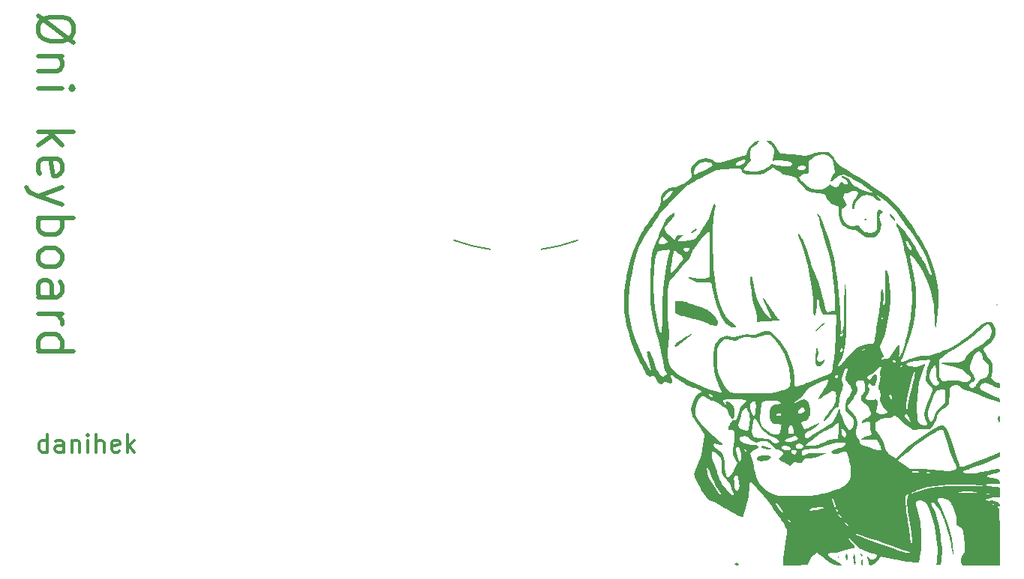
<source format=gto>
%TF.GenerationSoftware,KiCad,Pcbnew,8.0.5*%
%TF.CreationDate,2024-10-14T13:28:55+02:00*%
%TF.ProjectId,oni-base,6f6e692d-6261-4736-952e-6b696361645f,rev?*%
%TF.SameCoordinates,Original*%
%TF.FileFunction,Legend,Top*%
%TF.FilePolarity,Positive*%
%FSLAX46Y46*%
G04 Gerber Fmt 4.6, Leading zero omitted, Abs format (unit mm)*
G04 Created by KiCad (PCBNEW 8.0.5) date 2024-10-14 13:28:55*
%MOMM*%
%LPD*%
G01*
G04 APERTURE LIST*
%ADD10C,0.500000*%
%ADD11C,0.300000*%
%ADD12C,0.200000*%
%ADD13C,0.000000*%
%ADD14C,4.400000*%
G04 APERTURE END LIST*
D10*
X61515523Y-62447994D02*
X57515523Y-59400375D01*
X57515523Y-60543232D02*
X57706000Y-60162280D01*
X57706000Y-60162280D02*
X58086952Y-59781327D01*
X58086952Y-59781327D02*
X58848857Y-59590851D01*
X58848857Y-59590851D02*
X60182190Y-59590851D01*
X60182190Y-59590851D02*
X60944095Y-59781327D01*
X60944095Y-59781327D02*
X61325047Y-60162280D01*
X61325047Y-60162280D02*
X61515523Y-60543232D01*
X61515523Y-60543232D02*
X61515523Y-61305137D01*
X61515523Y-61305137D02*
X61325047Y-61686089D01*
X61325047Y-61686089D02*
X60944095Y-62067042D01*
X60944095Y-62067042D02*
X60182190Y-62257518D01*
X60182190Y-62257518D02*
X58848857Y-62257518D01*
X58848857Y-62257518D02*
X58086952Y-62067042D01*
X58086952Y-62067042D02*
X57706000Y-61686089D01*
X57706000Y-61686089D02*
X57515523Y-61305137D01*
X57515523Y-61305137D02*
X57515523Y-60543232D01*
X60182190Y-63971803D02*
X57515523Y-63971803D01*
X59801238Y-63971803D02*
X59991714Y-64162280D01*
X59991714Y-64162280D02*
X60182190Y-64543232D01*
X60182190Y-64543232D02*
X60182190Y-65114661D01*
X60182190Y-65114661D02*
X59991714Y-65495613D01*
X59991714Y-65495613D02*
X59610761Y-65686089D01*
X59610761Y-65686089D02*
X57515523Y-65686089D01*
X57515523Y-67590851D02*
X60182190Y-67590851D01*
X61515523Y-67590851D02*
X61325047Y-67400375D01*
X61325047Y-67400375D02*
X61134571Y-67590851D01*
X61134571Y-67590851D02*
X61325047Y-67781328D01*
X61325047Y-67781328D02*
X61515523Y-67590851D01*
X61515523Y-67590851D02*
X61134571Y-67590851D01*
X57515523Y-72543232D02*
X61515523Y-72543232D01*
X59039333Y-72924185D02*
X57515523Y-74067042D01*
X60182190Y-74067042D02*
X58658380Y-72543232D01*
X57706000Y-77305137D02*
X57515523Y-76924185D01*
X57515523Y-76924185D02*
X57515523Y-76162280D01*
X57515523Y-76162280D02*
X57706000Y-75781327D01*
X57706000Y-75781327D02*
X58086952Y-75590851D01*
X58086952Y-75590851D02*
X59610761Y-75590851D01*
X59610761Y-75590851D02*
X59991714Y-75781327D01*
X59991714Y-75781327D02*
X60182190Y-76162280D01*
X60182190Y-76162280D02*
X60182190Y-76924185D01*
X60182190Y-76924185D02*
X59991714Y-77305137D01*
X59991714Y-77305137D02*
X59610761Y-77495613D01*
X59610761Y-77495613D02*
X59229809Y-77495613D01*
X59229809Y-77495613D02*
X58848857Y-75590851D01*
X60182190Y-78828946D02*
X57515523Y-79781327D01*
X60182190Y-80733708D02*
X57515523Y-79781327D01*
X57515523Y-79781327D02*
X56563142Y-79400375D01*
X56563142Y-79400375D02*
X56372666Y-79209898D01*
X56372666Y-79209898D02*
X56182190Y-78828946D01*
X57515523Y-82257517D02*
X61515523Y-82257517D01*
X59991714Y-82257517D02*
X60182190Y-82638470D01*
X60182190Y-82638470D02*
X60182190Y-83400375D01*
X60182190Y-83400375D02*
X59991714Y-83781327D01*
X59991714Y-83781327D02*
X59801238Y-83971803D01*
X59801238Y-83971803D02*
X59420285Y-84162279D01*
X59420285Y-84162279D02*
X58277428Y-84162279D01*
X58277428Y-84162279D02*
X57896476Y-83971803D01*
X57896476Y-83971803D02*
X57706000Y-83781327D01*
X57706000Y-83781327D02*
X57515523Y-83400375D01*
X57515523Y-83400375D02*
X57515523Y-82638470D01*
X57515523Y-82638470D02*
X57706000Y-82257517D01*
X57515523Y-86447994D02*
X57706000Y-86067042D01*
X57706000Y-86067042D02*
X57896476Y-85876565D01*
X57896476Y-85876565D02*
X58277428Y-85686089D01*
X58277428Y-85686089D02*
X59420285Y-85686089D01*
X59420285Y-85686089D02*
X59801238Y-85876565D01*
X59801238Y-85876565D02*
X59991714Y-86067042D01*
X59991714Y-86067042D02*
X60182190Y-86447994D01*
X60182190Y-86447994D02*
X60182190Y-87019423D01*
X60182190Y-87019423D02*
X59991714Y-87400375D01*
X59991714Y-87400375D02*
X59801238Y-87590851D01*
X59801238Y-87590851D02*
X59420285Y-87781327D01*
X59420285Y-87781327D02*
X58277428Y-87781327D01*
X58277428Y-87781327D02*
X57896476Y-87590851D01*
X57896476Y-87590851D02*
X57706000Y-87400375D01*
X57706000Y-87400375D02*
X57515523Y-87019423D01*
X57515523Y-87019423D02*
X57515523Y-86447994D01*
X57515523Y-91209899D02*
X59610761Y-91209899D01*
X59610761Y-91209899D02*
X59991714Y-91019423D01*
X59991714Y-91019423D02*
X60182190Y-90638471D01*
X60182190Y-90638471D02*
X60182190Y-89876566D01*
X60182190Y-89876566D02*
X59991714Y-89495613D01*
X57706000Y-91209899D02*
X57515523Y-90828947D01*
X57515523Y-90828947D02*
X57515523Y-89876566D01*
X57515523Y-89876566D02*
X57706000Y-89495613D01*
X57706000Y-89495613D02*
X58086952Y-89305137D01*
X58086952Y-89305137D02*
X58467904Y-89305137D01*
X58467904Y-89305137D02*
X58848857Y-89495613D01*
X58848857Y-89495613D02*
X59039333Y-89876566D01*
X59039333Y-89876566D02*
X59039333Y-90828947D01*
X59039333Y-90828947D02*
X59229809Y-91209899D01*
X57515523Y-93114661D02*
X60182190Y-93114661D01*
X59420285Y-93114661D02*
X59801238Y-93305138D01*
X59801238Y-93305138D02*
X59991714Y-93495614D01*
X59991714Y-93495614D02*
X60182190Y-93876566D01*
X60182190Y-93876566D02*
X60182190Y-94257519D01*
X57515523Y-97305137D02*
X61515523Y-97305137D01*
X57706000Y-97305137D02*
X57515523Y-96924185D01*
X57515523Y-96924185D02*
X57515523Y-96162280D01*
X57515523Y-96162280D02*
X57706000Y-95781328D01*
X57706000Y-95781328D02*
X57896476Y-95590851D01*
X57896476Y-95590851D02*
X58277428Y-95400375D01*
X58277428Y-95400375D02*
X59420285Y-95400375D01*
X59420285Y-95400375D02*
X59801238Y-95590851D01*
X59801238Y-95590851D02*
X59991714Y-95781328D01*
X59991714Y-95781328D02*
X60182190Y-96162280D01*
X60182190Y-96162280D02*
X60182190Y-96924185D01*
X60182190Y-96924185D02*
X59991714Y-97305137D01*
D11*
X58530701Y-108739638D02*
X58530701Y-106739638D01*
X58530701Y-108644400D02*
X58340225Y-108739638D01*
X58340225Y-108739638D02*
X57959272Y-108739638D01*
X57959272Y-108739638D02*
X57768796Y-108644400D01*
X57768796Y-108644400D02*
X57673558Y-108549161D01*
X57673558Y-108549161D02*
X57578320Y-108358685D01*
X57578320Y-108358685D02*
X57578320Y-107787257D01*
X57578320Y-107787257D02*
X57673558Y-107596780D01*
X57673558Y-107596780D02*
X57768796Y-107501542D01*
X57768796Y-107501542D02*
X57959272Y-107406304D01*
X57959272Y-107406304D02*
X58340225Y-107406304D01*
X58340225Y-107406304D02*
X58530701Y-107501542D01*
X60340225Y-108739638D02*
X60340225Y-107692019D01*
X60340225Y-107692019D02*
X60244987Y-107501542D01*
X60244987Y-107501542D02*
X60054511Y-107406304D01*
X60054511Y-107406304D02*
X59673558Y-107406304D01*
X59673558Y-107406304D02*
X59483082Y-107501542D01*
X60340225Y-108644400D02*
X60149749Y-108739638D01*
X60149749Y-108739638D02*
X59673558Y-108739638D01*
X59673558Y-108739638D02*
X59483082Y-108644400D01*
X59483082Y-108644400D02*
X59387844Y-108453923D01*
X59387844Y-108453923D02*
X59387844Y-108263447D01*
X59387844Y-108263447D02*
X59483082Y-108072971D01*
X59483082Y-108072971D02*
X59673558Y-107977733D01*
X59673558Y-107977733D02*
X60149749Y-107977733D01*
X60149749Y-107977733D02*
X60340225Y-107882495D01*
X61292606Y-107406304D02*
X61292606Y-108739638D01*
X61292606Y-107596780D02*
X61387844Y-107501542D01*
X61387844Y-107501542D02*
X61578320Y-107406304D01*
X61578320Y-107406304D02*
X61864035Y-107406304D01*
X61864035Y-107406304D02*
X62054511Y-107501542D01*
X62054511Y-107501542D02*
X62149749Y-107692019D01*
X62149749Y-107692019D02*
X62149749Y-108739638D01*
X63102130Y-108739638D02*
X63102130Y-107406304D01*
X63102130Y-106739638D02*
X63006892Y-106834876D01*
X63006892Y-106834876D02*
X63102130Y-106930114D01*
X63102130Y-106930114D02*
X63197368Y-106834876D01*
X63197368Y-106834876D02*
X63102130Y-106739638D01*
X63102130Y-106739638D02*
X63102130Y-106930114D01*
X64054511Y-108739638D02*
X64054511Y-106739638D01*
X64911654Y-108739638D02*
X64911654Y-107692019D01*
X64911654Y-107692019D02*
X64816416Y-107501542D01*
X64816416Y-107501542D02*
X64625940Y-107406304D01*
X64625940Y-107406304D02*
X64340225Y-107406304D01*
X64340225Y-107406304D02*
X64149749Y-107501542D01*
X64149749Y-107501542D02*
X64054511Y-107596780D01*
X66625940Y-108644400D02*
X66435464Y-108739638D01*
X66435464Y-108739638D02*
X66054511Y-108739638D01*
X66054511Y-108739638D02*
X65864035Y-108644400D01*
X65864035Y-108644400D02*
X65768797Y-108453923D01*
X65768797Y-108453923D02*
X65768797Y-107692019D01*
X65768797Y-107692019D02*
X65864035Y-107501542D01*
X65864035Y-107501542D02*
X66054511Y-107406304D01*
X66054511Y-107406304D02*
X66435464Y-107406304D01*
X66435464Y-107406304D02*
X66625940Y-107501542D01*
X66625940Y-107501542D02*
X66721178Y-107692019D01*
X66721178Y-107692019D02*
X66721178Y-107882495D01*
X66721178Y-107882495D02*
X65768797Y-108072971D01*
X67578321Y-108739638D02*
X67578321Y-106739638D01*
X67768797Y-107977733D02*
X68340226Y-108739638D01*
X68340226Y-107406304D02*
X67578321Y-108168209D01*
D12*
%TO.C,REF\u002A\u002A*%
X108532448Y-85823296D02*
G75*
G02*
X104381902Y-84789431I2857500J20320000D01*
G01*
X118397995Y-84789430D02*
G75*
G02*
X114247448Y-85823296I-7008047J19286134D01*
G01*
D13*
%TO.C, *%
G36*
X162270936Y-93215517D02*
G01*
X162239655Y-93246798D01*
X162208374Y-93215517D01*
X162239655Y-93184236D01*
X162270936Y-93215517D01*
G37*
G36*
X147798084Y-120508005D02*
G01*
X147806347Y-120636090D01*
X147798084Y-120664409D01*
X147775249Y-120672268D01*
X147766528Y-120586207D01*
X147776360Y-120497393D01*
X147798084Y-120508005D01*
G37*
G36*
X165772594Y-92040469D02*
G01*
X165774384Y-92054436D01*
X165728908Y-92139165D01*
X165711823Y-92151970D01*
X165658264Y-92137788D01*
X165649261Y-92093101D01*
X165681924Y-92007503D01*
X165711823Y-91995567D01*
X165772594Y-92040469D01*
G37*
G36*
X150412351Y-120180784D02*
G01*
X150481155Y-120275391D01*
X150508402Y-120414163D01*
X150478971Y-120511482D01*
X150395947Y-120499823D01*
X150334187Y-120448571D01*
X150263995Y-120319995D01*
X150294403Y-120204280D01*
X150328670Y-120175234D01*
X150412351Y-120180784D01*
G37*
G36*
X150964134Y-82377260D02*
G01*
X150997942Y-82439286D01*
X150981230Y-82522266D01*
X150870549Y-82548579D01*
X150853448Y-82548769D01*
X150732115Y-82527151D01*
X150707058Y-82450617D01*
X150708954Y-82439286D01*
X150779797Y-82349199D01*
X150853448Y-82329803D01*
X150964134Y-82377260D01*
G37*
G36*
X150531384Y-120908307D02*
G01*
X150560743Y-121077317D01*
X150571067Y-121290025D01*
X150553119Y-121465663D01*
X150498771Y-121525018D01*
X150425944Y-121482923D01*
X150396324Y-121390198D01*
X150386166Y-121226237D01*
X150394392Y-121043229D01*
X150419926Y-120893365D01*
X150439076Y-120846805D01*
X150488866Y-120824881D01*
X150531384Y-120908307D01*
G37*
G36*
X165977465Y-104597701D02*
G01*
X166012962Y-104731895D01*
X166024631Y-104977094D01*
X166012265Y-105219160D01*
X165977882Y-105354014D01*
X165925554Y-105376358D01*
X165859354Y-105280894D01*
X165835397Y-105223267D01*
X165777369Y-104941337D01*
X165834945Y-104699463D01*
X165839147Y-104691454D01*
X165919178Y-104583684D01*
X165977465Y-104597701D01*
G37*
G36*
X131811158Y-83519762D02*
G01*
X131763395Y-83605404D01*
X131638820Y-83726021D01*
X131543815Y-83799608D01*
X131340117Y-83929302D01*
X131194372Y-83985246D01*
X131121106Y-83962857D01*
X131115271Y-83934819D01*
X131165265Y-83854750D01*
X131290607Y-83744826D01*
X131454337Y-83630353D01*
X131619494Y-83536636D01*
X131749117Y-83488982D01*
X131769061Y-83487192D01*
X131811158Y-83519762D01*
G37*
G36*
X153742640Y-81846044D02*
G01*
X153875312Y-81967982D01*
X154014707Y-82130683D01*
X154131825Y-82300986D01*
X154189993Y-82420418D01*
X154225082Y-82558830D01*
X154197974Y-82599384D01*
X154105613Y-82540879D01*
X153944945Y-82382117D01*
X153862202Y-82291756D01*
X153680190Y-82069580D01*
X153587684Y-81909610D01*
X153587413Y-81818071D01*
X153645692Y-81798030D01*
X153742640Y-81846044D01*
G37*
G36*
X136389463Y-121306114D02*
G01*
X136429304Y-121334310D01*
X136553095Y-121428912D01*
X136617908Y-121491040D01*
X136620690Y-121497610D01*
X136564721Y-121513731D01*
X136423128Y-121523396D01*
X136339163Y-121524631D01*
X136171734Y-121515320D01*
X136072003Y-121491761D01*
X136059625Y-121477709D01*
X136095255Y-121395757D01*
X136149766Y-121314410D01*
X136214192Y-121243044D01*
X136279322Y-121239227D01*
X136389463Y-121306114D01*
G37*
G36*
X139496083Y-108059238D02*
G01*
X139794376Y-108147280D01*
X140039780Y-108227274D01*
X140183561Y-108280645D01*
X140243434Y-108318368D01*
X140237118Y-108351415D01*
X140184888Y-108389143D01*
X140018553Y-108438761D01*
X139769066Y-108424106D01*
X139479074Y-108359901D01*
X139226779Y-108275358D01*
X139095148Y-108188490D01*
X139079724Y-108096096D01*
X139088503Y-108079343D01*
X139158795Y-108026170D01*
X139288543Y-108018880D01*
X139496083Y-108059238D01*
G37*
G36*
X148777341Y-120174030D02*
G01*
X148806522Y-120266636D01*
X148818829Y-120449104D01*
X148820197Y-120586207D01*
X148816394Y-120802075D01*
X148806384Y-120958489D01*
X148792271Y-121023795D01*
X148791117Y-121024138D01*
X148742436Y-120976359D01*
X148697275Y-120903128D01*
X148659133Y-120770651D01*
X148635862Y-120571835D01*
X148632512Y-120465197D01*
X148642316Y-120267044D01*
X148676326Y-120169513D01*
X148726355Y-120148276D01*
X148777341Y-120174030D01*
G37*
G36*
X149622677Y-120347939D02*
G01*
X149670292Y-120515970D01*
X149707912Y-120738615D01*
X149733077Y-120981301D01*
X149743329Y-121209455D01*
X149736209Y-121388506D01*
X149709258Y-121483882D01*
X149703797Y-121488568D01*
X149631162Y-121473191D01*
X149579882Y-121387632D01*
X149525604Y-121174733D01*
X149489894Y-120907851D01*
X149476755Y-120639267D01*
X149490187Y-120421263D01*
X149501767Y-120367075D01*
X149555177Y-120179557D01*
X149622677Y-120347939D01*
G37*
G36*
X146239293Y-94148489D02*
G01*
X146233215Y-94217849D01*
X146148189Y-94319827D01*
X146014146Y-94425389D01*
X145878330Y-94498640D01*
X145714409Y-94600906D01*
X145603855Y-94717261D01*
X145511634Y-94827522D01*
X145387473Y-94941298D01*
X145261950Y-95035534D01*
X145165645Y-95087172D01*
X145129064Y-95075260D01*
X145172658Y-95004933D01*
X145287160Y-94876844D01*
X145448148Y-94714276D01*
X145631200Y-94540510D01*
X145811894Y-94378830D01*
X145965809Y-94252518D01*
X146057206Y-94190423D01*
X146177549Y-94144539D01*
X146239293Y-94148489D01*
G37*
G36*
X139840310Y-109086563D02*
G01*
X139953947Y-109115878D01*
X140045806Y-109174028D01*
X140050624Y-109177920D01*
X140196075Y-109296330D01*
X140067887Y-109459295D01*
X139905037Y-109585135D01*
X139659851Y-109683259D01*
X139373436Y-109746399D01*
X139086897Y-109767287D01*
X138841339Y-109738654D01*
X138732143Y-109695482D01*
X138638593Y-109579888D01*
X138633392Y-109425778D01*
X138712772Y-109279316D01*
X138770005Y-109231463D01*
X138907468Y-109178162D01*
X139129311Y-109131003D01*
X139394814Y-109098513D01*
X139411262Y-109097215D01*
X139670784Y-109081777D01*
X139840310Y-109086563D01*
G37*
G36*
X131226386Y-95401591D02*
G01*
X131209048Y-95464837D01*
X131101288Y-95577716D01*
X130919892Y-95725344D01*
X130681646Y-95892839D01*
X130646059Y-95916150D01*
X130478810Y-96039124D01*
X130264906Y-96215971D01*
X130046044Y-96411962D01*
X130010218Y-96445757D01*
X129764873Y-96661405D01*
X129580599Y-96781192D01*
X129462804Y-96812808D01*
X129337731Y-96784004D01*
X129300985Y-96727403D01*
X129338256Y-96619784D01*
X129426709Y-96484514D01*
X129531306Y-96366983D01*
X129617008Y-96312586D01*
X129621391Y-96312315D01*
X129700699Y-96279435D01*
X129850144Y-96193197D01*
X130037504Y-96072206D01*
X130039141Y-96071100D01*
X130359596Y-95860313D01*
X130653722Y-95677916D01*
X130904326Y-95533603D01*
X131094211Y-95437072D01*
X131206183Y-95398019D01*
X131226386Y-95401591D01*
G37*
G36*
X145394264Y-96929919D02*
G01*
X145444262Y-97031773D01*
X145493908Y-97222384D01*
X145519346Y-97452622D01*
X145520058Y-97680222D01*
X145495530Y-97862920D01*
X145455482Y-97950331D01*
X145385513Y-98099500D01*
X145405564Y-98280971D01*
X145504434Y-98439409D01*
X145642530Y-98541882D01*
X145777150Y-98546331D01*
X145941052Y-98450562D01*
X145995436Y-98406513D01*
X146139496Y-98310223D01*
X146215255Y-98313474D01*
X146218357Y-98408256D01*
X146144442Y-98586559D01*
X146118937Y-98633490D01*
X146004137Y-98791876D01*
X145858158Y-98935640D01*
X145716025Y-99034947D01*
X145617023Y-99061059D01*
X145551520Y-99037450D01*
X145462855Y-99002490D01*
X145362799Y-98948528D01*
X145292911Y-98867556D01*
X145249271Y-98740083D01*
X145227959Y-98546618D01*
X145225053Y-98267671D01*
X145236633Y-97883750D01*
X145236828Y-97878840D01*
X145257235Y-97463852D01*
X145281651Y-97167714D01*
X145311609Y-96984179D01*
X145348636Y-96906996D01*
X145394264Y-96929919D01*
G37*
G36*
X130022782Y-91687323D02*
G01*
X130199924Y-91704609D01*
X130393753Y-91740006D01*
X130627361Y-91798907D01*
X130923839Y-91886699D01*
X131306281Y-92008775D01*
X131481476Y-92066104D01*
X131977034Y-92231296D01*
X132370709Y-92369588D01*
X132680551Y-92489745D01*
X132924607Y-92600530D01*
X133120927Y-92710710D01*
X133287561Y-92829048D01*
X133442558Y-92964309D01*
X133551300Y-93071219D01*
X133849349Y-93405647D01*
X134062859Y-93714150D01*
X134186888Y-93985914D01*
X134216494Y-94210125D01*
X134147226Y-94375427D01*
X134009491Y-94471650D01*
X133828462Y-94485727D01*
X133578252Y-94419201D01*
X133555172Y-94410705D01*
X133397030Y-94347366D01*
X133166545Y-94249941D01*
X132905289Y-94136106D01*
X132816377Y-94096597D01*
X132477835Y-93963592D01*
X132035899Y-93818702D01*
X131511041Y-93667744D01*
X130923732Y-93516540D01*
X130294441Y-93370909D01*
X130165407Y-93342976D01*
X129911170Y-93276886D01*
X129686342Y-93197941D01*
X129535248Y-93121984D01*
X129524151Y-93113801D01*
X129452167Y-93050626D01*
X129405689Y-92979345D01*
X129379154Y-92872987D01*
X129366999Y-92704582D01*
X129363661Y-92447160D01*
X129363547Y-92335114D01*
X129363547Y-91682759D01*
X129839234Y-91682759D01*
X130022782Y-91687323D01*
G37*
G36*
X138001013Y-88903901D02*
G01*
X138065749Y-89020959D01*
X138130312Y-89230394D01*
X138198527Y-89543935D01*
X138254780Y-89856792D01*
X138382052Y-90516163D01*
X138529358Y-91082317D01*
X138709419Y-91586942D01*
X138934958Y-92061732D01*
X139218698Y-92538376D01*
X139490153Y-92933990D01*
X139733119Y-93254488D01*
X139934793Y-93483924D01*
X140089947Y-93617670D01*
X140193350Y-93651092D01*
X140237043Y-93595431D01*
X140216495Y-93513170D01*
X140147545Y-93340045D01*
X140039148Y-93096393D01*
X139900262Y-92802552D01*
X139783471Y-92565453D01*
X139586426Y-92158011D01*
X139439279Y-91823900D01*
X139344273Y-91570166D01*
X139303648Y-91403853D01*
X139319646Y-91332008D01*
X139394508Y-91361676D01*
X139402652Y-91368268D01*
X139474609Y-91455085D01*
X139587367Y-91620949D01*
X139720783Y-91835631D01*
X139772488Y-91923342D01*
X139943046Y-92196858D01*
X140137193Y-92477770D01*
X140316605Y-92710998D01*
X140338707Y-92737106D01*
X140514875Y-92954826D01*
X140681427Y-93182165D01*
X140784148Y-93340310D01*
X140927946Y-93531777D01*
X141088396Y-93665865D01*
X141129106Y-93686379D01*
X141245714Y-93749028D01*
X141281217Y-93798779D01*
X141278492Y-93802633D01*
X141192723Y-93831271D01*
X141008018Y-93860367D01*
X140750540Y-93887806D01*
X140446449Y-93911473D01*
X140121907Y-93929255D01*
X139803075Y-93939037D01*
X139580984Y-93939824D01*
X139312344Y-93943351D01*
X139104682Y-93959043D01*
X138984702Y-93984426D01*
X138967317Y-93996618D01*
X138880595Y-94045770D01*
X138775372Y-94060099D01*
X138692855Y-94052372D01*
X138647110Y-94010250D01*
X138627332Y-93905321D01*
X138622715Y-93709172D01*
X138622660Y-93658550D01*
X138598719Y-93345240D01*
X138523358Y-92973662D01*
X138411035Y-92579363D01*
X138309091Y-92218690D01*
X138212324Y-91812638D01*
X138122883Y-91377883D01*
X138042921Y-90931100D01*
X137974588Y-90488966D01*
X137920035Y-90068157D01*
X137881412Y-89685348D01*
X137860871Y-89357217D01*
X137860563Y-89100438D01*
X137882638Y-88931688D01*
X137929247Y-88867642D01*
X137932282Y-88867488D01*
X138001013Y-88903901D01*
G37*
G36*
X138854209Y-73565363D02*
G01*
X138849830Y-73640039D01*
X138732765Y-73761372D01*
X138682922Y-73801030D01*
X138396388Y-74027222D01*
X138193379Y-74206157D01*
X138052673Y-74359018D01*
X137953051Y-74506989D01*
X137926940Y-74555672D01*
X137862983Y-74701805D01*
X137831210Y-74848116D01*
X137827024Y-75036220D01*
X137844953Y-75297750D01*
X137888262Y-75794229D01*
X137504722Y-76225780D01*
X137335645Y-76425742D01*
X137204628Y-76599192D01*
X137130748Y-76719972D01*
X137121182Y-76751646D01*
X137181171Y-76846282D01*
X137353186Y-76921094D01*
X137625304Y-76973342D01*
X137985601Y-77000285D01*
X138216010Y-77003330D01*
X138585657Y-76991517D01*
X138887389Y-76952617D01*
X139160485Y-76874641D01*
X139444223Y-76745600D01*
X139736979Y-76577054D01*
X143208541Y-76577054D01*
X143217730Y-76650886D01*
X143283498Y-76730542D01*
X143433342Y-76818162D01*
X143644767Y-76855964D01*
X143863250Y-76840769D01*
X144028221Y-76773958D01*
X144114083Y-76640429D01*
X144118380Y-76539352D01*
X144093610Y-76450811D01*
X144029780Y-76401959D01*
X143894599Y-76377810D01*
X143749261Y-76368055D01*
X143531093Y-76365860D01*
X143394605Y-76394727D01*
X143298172Y-76464495D01*
X143285994Y-76477537D01*
X143208541Y-76577054D01*
X139736979Y-76577054D01*
X139777883Y-76553505D01*
X139863885Y-76500348D01*
X140327007Y-76211697D01*
X140866828Y-76312433D01*
X141187130Y-76366772D01*
X141530243Y-76416477D01*
X141827446Y-76451683D01*
X141855452Y-76454346D01*
X142091951Y-76472903D01*
X142241617Y-76469848D01*
X142341950Y-76437575D01*
X142430454Y-76368482D01*
X142470048Y-76329728D01*
X142572057Y-76203025D01*
X142612673Y-76101432D01*
X142610794Y-76087508D01*
X142527744Y-76012033D01*
X142344915Y-75939263D01*
X142087643Y-75873464D01*
X141781261Y-75818897D01*
X141451106Y-75779827D01*
X141122511Y-75760515D01*
X140820812Y-75765224D01*
X140736948Y-75772204D01*
X140395563Y-75807438D01*
X140489296Y-75269932D01*
X140538569Y-74869070D01*
X140525748Y-74557304D01*
X140446691Y-74312834D01*
X140297256Y-74113863D01*
X140263615Y-74082145D01*
X140104296Y-73939600D01*
X139920033Y-73776391D01*
X139873892Y-73735802D01*
X139654926Y-73543569D01*
X139944126Y-73541735D01*
X140116805Y-73549946D01*
X140243394Y-73592580D01*
X140369348Y-73692623D01*
X140489066Y-73817348D01*
X140654485Y-74028767D01*
X140821211Y-74292476D01*
X140927188Y-74497026D01*
X141029306Y-74704879D01*
X141123418Y-74866856D01*
X141189544Y-74948658D01*
X141190692Y-74949396D01*
X141279834Y-74970667D01*
X141469089Y-74994748D01*
X141733561Y-75019119D01*
X142048355Y-75041262D01*
X142165080Y-75047980D01*
X142525663Y-75071462D01*
X142877674Y-75101292D01*
X143184484Y-75133926D01*
X143409465Y-75165819D01*
X143438345Y-75171188D01*
X143982500Y-75221758D01*
X144510851Y-75161706D01*
X144972660Y-75005320D01*
X145159782Y-74923809D01*
X145326736Y-74871735D01*
X145511893Y-74842449D01*
X145753625Y-74829303D01*
X146007810Y-74825968D01*
X146354446Y-74830149D01*
X146610221Y-74857933D01*
X146805498Y-74926002D01*
X146970640Y-75051036D01*
X147136010Y-75249715D01*
X147331972Y-75538719D01*
X147346867Y-75561606D01*
X147528339Y-75831144D01*
X147694855Y-76048618D01*
X147868452Y-76233193D01*
X148071166Y-76404034D01*
X148325033Y-76580307D01*
X148652090Y-76781178D01*
X148945320Y-76951830D01*
X149295079Y-77159481D01*
X149712726Y-77418071D01*
X150179282Y-77714930D01*
X150675768Y-78037389D01*
X151183205Y-78372778D01*
X151682614Y-78708426D01*
X152155015Y-79031665D01*
X152581428Y-79329826D01*
X152942876Y-79590237D01*
X153220377Y-79800230D01*
X153262683Y-79833895D01*
X153956022Y-80435159D01*
X154549982Y-81041549D01*
X155033646Y-81641711D01*
X155120763Y-81766749D01*
X155329908Y-82069312D01*
X155564817Y-82399342D01*
X155786627Y-82702546D01*
X155868583Y-82811526D01*
X156100861Y-83134218D01*
X156374670Y-83543144D01*
X156674576Y-84013137D01*
X156985140Y-84519030D01*
X157290928Y-85035654D01*
X157576502Y-85537844D01*
X157826426Y-86000430D01*
X157837429Y-86021531D01*
X158031200Y-86418699D01*
X158205982Y-86834183D01*
X158367695Y-87286881D01*
X158522259Y-87795687D01*
X158675593Y-88379497D01*
X158833616Y-89057208D01*
X158934754Y-89524384D01*
X158999543Y-89844677D01*
X159045788Y-90118541D01*
X159076443Y-90379738D01*
X159094458Y-90662028D01*
X159102784Y-90999171D01*
X159104374Y-91424928D01*
X159104299Y-91463793D01*
X159096832Y-91853485D01*
X159077414Y-92284516D01*
X159048110Y-92736217D01*
X159010985Y-93187917D01*
X158968106Y-93618945D01*
X158921537Y-94008631D01*
X158873344Y-94336305D01*
X158825592Y-94581296D01*
X158780348Y-94722934D01*
X158778233Y-94726854D01*
X158759829Y-94695669D01*
X158737946Y-94553533D01*
X158713912Y-94314525D01*
X158689058Y-93992724D01*
X158664715Y-93602210D01*
X158655042Y-93422645D01*
X158612594Y-92737746D01*
X158561397Y-92155470D01*
X158502266Y-91683971D01*
X158453969Y-91411595D01*
X158252091Y-90613342D01*
X157983889Y-89806303D01*
X157660745Y-89014858D01*
X157294042Y-88263388D01*
X156895163Y-87576274D01*
X156475489Y-86977898D01*
X156265722Y-86724491D01*
X156120086Y-86568003D01*
X156011765Y-86477175D01*
X155939939Y-86459584D01*
X155903793Y-86522808D01*
X155902507Y-86674424D01*
X155935265Y-86922012D01*
X156001249Y-87273149D01*
X156099642Y-87735413D01*
X156137963Y-87908606D01*
X156286066Y-88602832D01*
X156399156Y-89208087D01*
X156480520Y-89754519D01*
X156533444Y-90272274D01*
X156561216Y-90791500D01*
X156567121Y-91342342D01*
X156559649Y-91776601D01*
X156540708Y-92306385D01*
X156510601Y-92784201D01*
X156465159Y-93231168D01*
X156400210Y-93668408D01*
X156311583Y-94117040D01*
X156195107Y-94598185D01*
X156046612Y-95132962D01*
X155861926Y-95742493D01*
X155637566Y-96445778D01*
X155472831Y-96939078D01*
X155321198Y-97364378D01*
X155188010Y-97707744D01*
X155078614Y-97955244D01*
X155013512Y-98072379D01*
X154874612Y-98310475D01*
X154832725Y-98470324D01*
X154886833Y-98551433D01*
X155035919Y-98553307D01*
X155278962Y-98475451D01*
X155568029Y-98341470D01*
X155907764Y-98198150D01*
X156319830Y-98068263D01*
X156756241Y-97963638D01*
X157169010Y-97896102D01*
X157453695Y-97876704D01*
X158100278Y-97813021D01*
X158766861Y-97628920D01*
X159065126Y-97509968D01*
X159345309Y-97393134D01*
X159621033Y-97287049D01*
X159846353Y-97209105D01*
X159909020Y-97190533D01*
X160178079Y-97088633D01*
X160522025Y-96914169D01*
X160923460Y-96679070D01*
X161364988Y-96395269D01*
X161829213Y-96074696D01*
X162298737Y-95729282D01*
X162756164Y-95370958D01*
X163184097Y-95011656D01*
X163490887Y-94734004D01*
X163727880Y-94517766D01*
X163951942Y-94325524D01*
X164137187Y-94178754D01*
X164254159Y-94100732D01*
X164518924Y-94017412D01*
X164811255Y-94006298D01*
X165069904Y-94069145D01*
X165086207Y-94076874D01*
X165264719Y-94229710D01*
X165401013Y-94472331D01*
X165489661Y-94774927D01*
X165525231Y-95107690D01*
X165502295Y-95440810D01*
X165415423Y-95744480D01*
X165397211Y-95784268D01*
X165273044Y-95973898D01*
X165069958Y-96209646D01*
X164812150Y-96466755D01*
X164523817Y-96720472D01*
X164341304Y-96864487D01*
X164188910Y-97023540D01*
X164156300Y-97176778D01*
X164245088Y-97316011D01*
X164251317Y-97321281D01*
X164349697Y-97440302D01*
X164433506Y-97594828D01*
X164507337Y-97732250D01*
X164634055Y-97931629D01*
X164789855Y-98156053D01*
X164836997Y-98220443D01*
X164992354Y-98437480D01*
X165121785Y-98632179D01*
X165203648Y-98771516D01*
X165216452Y-98799500D01*
X165233265Y-98937994D01*
X165222366Y-99183932D01*
X165184607Y-99522938D01*
X165165509Y-99658837D01*
X165059948Y-100377049D01*
X165275842Y-100599795D01*
X165522009Y-100790466D01*
X165758183Y-100889634D01*
X165923910Y-100938744D01*
X166001080Y-101000989D01*
X166023448Y-101115878D01*
X166024631Y-101201509D01*
X165998445Y-101399881D01*
X165928429Y-101483207D01*
X165792698Y-101483235D01*
X165585258Y-101422167D01*
X165336148Y-101311730D01*
X165075407Y-101163654D01*
X165023645Y-101129980D01*
X164709559Y-100977685D01*
X164402051Y-100935504D01*
X164120319Y-101003910D01*
X163964899Y-101103837D01*
X163841142Y-101236809D01*
X163775568Y-101363492D01*
X163772414Y-101388208D01*
X163833379Y-101550337D01*
X164013034Y-101729174D01*
X164306518Y-101921650D01*
X164708971Y-102124694D01*
X165215532Y-102335237D01*
X165354596Y-102387478D01*
X165595732Y-102480513D01*
X165796175Y-102565414D01*
X165923029Y-102627972D01*
X165943985Y-102641987D01*
X166004109Y-102743771D01*
X166024072Y-102882168D01*
X166004602Y-103007045D01*
X165946427Y-103068270D01*
X165937787Y-103068966D01*
X165773909Y-103044446D01*
X165518388Y-102976060D01*
X165193555Y-102871571D01*
X164821744Y-102738738D01*
X164425287Y-102585323D01*
X164026515Y-102419087D01*
X163872191Y-102351113D01*
X163515240Y-102198467D01*
X163153772Y-102056485D01*
X162822409Y-101937945D01*
X162555772Y-101855625D01*
X162476675Y-101836068D01*
X162206888Y-101768547D01*
X162010787Y-101691339D01*
X161837903Y-101579251D01*
X161662744Y-101429815D01*
X161414851Y-101231751D01*
X161353402Y-101201374D01*
X162570700Y-101201374D01*
X162660438Y-101336649D01*
X162676203Y-101352826D01*
X162846240Y-101464710D01*
X163024016Y-101458244D01*
X163223521Y-101332738D01*
X163231867Y-101325482D01*
X163328976Y-101207197D01*
X163437108Y-101028976D01*
X163476726Y-100950358D01*
X163672591Y-100668920D01*
X163947966Y-100483611D01*
X164175482Y-100414898D01*
X164429523Y-100309591D01*
X164617007Y-100100805D01*
X164738520Y-99787425D01*
X164794648Y-99368337D01*
X164798747Y-99230066D01*
X164794645Y-99015778D01*
X164766925Y-98883767D01*
X164700951Y-98791513D01*
X164626484Y-98729573D01*
X164384960Y-98537492D01*
X164227708Y-98383228D01*
X164133511Y-98237303D01*
X164081155Y-98070237D01*
X164060379Y-97942936D01*
X164013432Y-97668321D01*
X163951517Y-97496978D01*
X163860290Y-97407058D01*
X163725406Y-97376713D01*
X163688075Y-97375862D01*
X163481434Y-97436138D01*
X163276567Y-97608250D01*
X163082552Y-97879126D01*
X162908465Y-98235690D01*
X162763385Y-98664870D01*
X162744756Y-98734433D01*
X162681418Y-98997412D01*
X162658786Y-99188106D01*
X162684332Y-99349230D01*
X162765525Y-99523498D01*
X162909840Y-99753624D01*
X162927833Y-99781052D01*
X163109038Y-100082990D01*
X163201874Y-100314866D01*
X163206312Y-100495227D01*
X163122329Y-100642618D01*
X162949896Y-100775584D01*
X162926404Y-100789613D01*
X162696986Y-100942933D01*
X162580650Y-101075161D01*
X162570700Y-101201374D01*
X161353402Y-101201374D01*
X161224288Y-101137547D01*
X161167064Y-101129557D01*
X160930954Y-101156832D01*
X160699554Y-101227595D01*
X160516601Y-101325251D01*
X160437320Y-101406452D01*
X160406041Y-101519239D01*
X160376412Y-101732352D01*
X160351092Y-102020999D01*
X160332742Y-102360385D01*
X160331527Y-102392459D01*
X160318177Y-102735233D01*
X160304106Y-102977069D01*
X160284310Y-103142077D01*
X160253780Y-103254368D01*
X160207510Y-103338054D01*
X160140494Y-103417245D01*
X160112562Y-103446935D01*
X159960005Y-103587859D01*
X159750865Y-103756171D01*
X159561166Y-103893870D01*
X159268475Y-104124554D01*
X159071626Y-104363906D01*
X158944688Y-104649354D01*
X158890560Y-104861848D01*
X158803996Y-105123064D01*
X158655934Y-105425275D01*
X158473686Y-105721335D01*
X158284566Y-105964102D01*
X158207625Y-106040640D01*
X158139155Y-106090377D01*
X158049434Y-106126035D01*
X157916598Y-106150609D01*
X157718781Y-106167094D01*
X157434120Y-106178485D01*
X157150156Y-106185494D01*
X156233744Y-106205224D01*
X155858374Y-105957391D01*
X155659134Y-105812743D01*
X155404948Y-105609380D01*
X155130522Y-105375866D01*
X154903252Y-105171282D01*
X154675601Y-104966599D01*
X154474060Y-104797715D01*
X154319330Y-104681135D01*
X154232107Y-104633365D01*
X154228223Y-104633005D01*
X154115943Y-104660145D01*
X153949285Y-104728124D01*
X153887685Y-104758128D01*
X153635749Y-104846848D01*
X153316113Y-104881964D01*
X153225123Y-104883251D01*
X152985820Y-104891763D01*
X152793985Y-104926975D01*
X152596656Y-105003400D01*
X152378050Y-105115382D01*
X151948276Y-105347513D01*
X151948276Y-105807304D01*
X151948276Y-106267096D01*
X152253245Y-106591799D01*
X152455971Y-106824929D01*
X152615675Y-107056450D01*
X152749631Y-107319196D01*
X152875112Y-107646001D01*
X152980626Y-107974392D01*
X153082776Y-108279977D01*
X153183966Y-108503920D01*
X153305857Y-108687638D01*
X153426156Y-108826372D01*
X153625170Y-109013915D01*
X153845816Y-109184865D01*
X153981262Y-109269260D01*
X154260820Y-109417565D01*
X154652947Y-109036478D01*
X155767330Y-108039844D01*
X156958503Y-107140040D01*
X158018692Y-106460066D01*
X158473971Y-106192557D01*
X158836866Y-105987663D01*
X159121381Y-105842137D01*
X159341517Y-105752729D01*
X159511277Y-105716194D01*
X159644663Y-105729284D01*
X159755679Y-105788750D01*
X159858326Y-105891346D01*
X159950845Y-106011954D01*
X160008552Y-106095774D01*
X160063557Y-106188148D01*
X160120380Y-106301267D01*
X160183541Y-106447325D01*
X160257560Y-106638512D01*
X160346958Y-106887020D01*
X160456254Y-107205042D01*
X160589968Y-107604769D01*
X160752620Y-108098392D01*
X160948730Y-108698105D01*
X160963591Y-108743648D01*
X161103014Y-109168224D01*
X161231944Y-109555653D01*
X161344730Y-109889369D01*
X161435723Y-110152806D01*
X161499272Y-110329398D01*
X161529015Y-110401530D01*
X161578260Y-110429690D01*
X161682419Y-110422638D01*
X161859991Y-110376450D01*
X162129476Y-110287203D01*
X162222603Y-110254431D01*
X162682830Y-110088748D01*
X163167429Y-109910136D01*
X163657404Y-109725970D01*
X164133757Y-109543625D01*
X164577493Y-109370473D01*
X164969616Y-109213891D01*
X165291129Y-109081250D01*
X165523037Y-108979927D01*
X165597306Y-108944399D01*
X165787754Y-108850653D01*
X165930476Y-108784853D01*
X165991566Y-108762069D01*
X166012324Y-108817610D01*
X166023819Y-108956262D01*
X166024631Y-109011044D01*
X166012065Y-109177770D01*
X165952362Y-109279476D01*
X165812516Y-109368012D01*
X165790025Y-109379580D01*
X165626399Y-109455119D01*
X165368686Y-109564633D01*
X165037977Y-109699958D01*
X164655360Y-109852928D01*
X164241927Y-110015378D01*
X163818768Y-110179144D01*
X163406974Y-110336059D01*
X163027635Y-110477960D01*
X162701842Y-110596682D01*
X162450685Y-110684058D01*
X162300036Y-110730698D01*
X162021644Y-110817501D01*
X161868086Y-110900240D01*
X161839408Y-110978701D01*
X161935655Y-111052676D01*
X162156873Y-111121951D01*
X162212817Y-111134517D01*
X162498150Y-111166641D01*
X162869922Y-111157542D01*
X163335567Y-111106379D01*
X163902520Y-111012311D01*
X164578212Y-110874498D01*
X164648276Y-110859112D01*
X165085373Y-110763217D01*
X165415699Y-110693731D01*
X165654561Y-110649647D01*
X165817272Y-110629958D01*
X165919141Y-110633656D01*
X165975478Y-110659735D01*
X166001594Y-110707188D01*
X166012153Y-110769394D01*
X166004963Y-110899209D01*
X165936696Y-110995633D01*
X165789622Y-111069180D01*
X165546009Y-111130363D01*
X165343341Y-111165958D01*
X165082304Y-111218074D01*
X164849750Y-111282597D01*
X164689706Y-111346973D01*
X164672451Y-111357277D01*
X164502997Y-111468308D01*
X164653838Y-111549198D01*
X164794583Y-111597761D01*
X165010040Y-111643245D01*
X165219651Y-111671890D01*
X165582386Y-111732729D01*
X165832497Y-111833422D01*
X165977429Y-111978623D01*
X166024627Y-112172985D01*
X166024631Y-112174971D01*
X166014149Y-112322300D01*
X165972234Y-112372720D01*
X165915148Y-112364734D01*
X165760924Y-112336371D01*
X165536003Y-112318732D01*
X165273462Y-112311513D01*
X165006377Y-112314413D01*
X164767824Y-112327126D01*
X164590881Y-112349351D01*
X164511266Y-112377605D01*
X164469727Y-112454928D01*
X164526407Y-112514453D01*
X164690130Y-112560306D01*
X164969719Y-112596611D01*
X164982254Y-112597811D01*
X165261198Y-112631428D01*
X165551802Y-112677313D01*
X165696182Y-112705368D01*
X166024631Y-112776378D01*
X166024631Y-113297630D01*
X166024631Y-113818881D01*
X165539778Y-113860926D01*
X165247751Y-113896314D01*
X164952094Y-113948307D01*
X164721648Y-114004335D01*
X164536709Y-114064730D01*
X164454697Y-114108504D01*
X164457498Y-114150747D01*
X164501076Y-114188112D01*
X164633466Y-114237030D01*
X164849650Y-114241184D01*
X164973497Y-114229828D01*
X165224357Y-114217747D01*
X165448309Y-114252189D01*
X165692034Y-114344193D01*
X165899507Y-114448814D01*
X165976824Y-114535478D01*
X166013723Y-114660352D01*
X166005217Y-114774784D01*
X165946320Y-114830122D01*
X165938636Y-114830542D01*
X165823467Y-114871218D01*
X165800891Y-114964592D01*
X165874309Y-115061655D01*
X165900991Y-115085783D01*
X165923461Y-115122793D01*
X165942154Y-115183069D01*
X165957503Y-115276993D01*
X165969943Y-115414946D01*
X165979907Y-115607310D01*
X165987830Y-115864470D01*
X165994144Y-116196805D01*
X165999284Y-116614699D01*
X166003684Y-117128533D01*
X166007778Y-117748691D01*
X166011170Y-118336647D01*
X166028991Y-121524631D01*
X163901918Y-121524631D01*
X161774846Y-121524631D01*
X161700097Y-121384962D01*
X161629311Y-121148605D01*
X161629086Y-120878924D01*
X161696610Y-120635186D01*
X161739163Y-120562092D01*
X161921139Y-120283015D01*
X162028026Y-120046273D01*
X162075961Y-119808562D01*
X162083154Y-119638946D01*
X162075407Y-119461833D01*
X162054229Y-119207211D01*
X162022827Y-118900519D01*
X161984402Y-118567197D01*
X161942162Y-118232685D01*
X161899308Y-117922422D01*
X161859047Y-117661848D01*
X161824582Y-117476402D01*
X161800282Y-117393233D01*
X161724990Y-117329583D01*
X161578937Y-117240330D01*
X161500312Y-117198584D01*
X161333950Y-117104874D01*
X161217198Y-117022006D01*
X161192707Y-116996153D01*
X161168823Y-116900867D01*
X161151858Y-116721104D01*
X161145786Y-116517208D01*
X161107132Y-116039824D01*
X160988421Y-115546829D01*
X160782162Y-115008830D01*
X160734512Y-114903540D01*
X160575534Y-114593489D01*
X165211330Y-114593489D01*
X165236858Y-114702921D01*
X165253038Y-114726273D01*
X165339123Y-114766567D01*
X165396395Y-114731239D01*
X165399015Y-114713079D01*
X165356213Y-114631546D01*
X165305172Y-114580296D01*
X165230800Y-114535391D01*
X165211366Y-114587962D01*
X165211330Y-114593489D01*
X160575534Y-114593489D01*
X160545060Y-114534057D01*
X160357122Y-114270559D01*
X160147988Y-114096273D01*
X159894951Y-113994430D01*
X159575301Y-113948256D01*
X159432352Y-113941836D01*
X159170392Y-113948499D01*
X159021454Y-113993563D01*
X158976205Y-114089263D01*
X159025312Y-114247830D01*
X159097582Y-114380602D01*
X159465983Y-115077565D01*
X159807718Y-115869197D01*
X160113466Y-116726252D01*
X160373906Y-117619484D01*
X160579716Y-118519646D01*
X160721575Y-119397492D01*
X160736449Y-119522660D01*
X160783209Y-119959425D01*
X160811962Y-120279669D01*
X160823070Y-120482261D01*
X160816896Y-120566071D01*
X160793802Y-120529967D01*
X160754151Y-120372818D01*
X160698306Y-120093494D01*
X160646195Y-119804187D01*
X160578143Y-119427165D01*
X160507490Y-119058427D01*
X160440889Y-118731227D01*
X160384992Y-118478822D01*
X160364592Y-118396552D01*
X160268248Y-118047972D01*
X160151828Y-117653986D01*
X160023161Y-117238467D01*
X159890079Y-116825288D01*
X159760411Y-116438324D01*
X159641988Y-116101447D01*
X159542642Y-115838532D01*
X159473506Y-115679882D01*
X159337194Y-115439168D01*
X159167675Y-115181185D01*
X158982371Y-114927840D01*
X158798700Y-114701039D01*
X158634084Y-114522691D01*
X158505941Y-114414701D01*
X158449905Y-114392611D01*
X158325239Y-114437152D01*
X158286029Y-114552843D01*
X158340001Y-114712787D01*
X158352308Y-114732462D01*
X158458888Y-114927771D01*
X158585814Y-115210286D01*
X158720175Y-115546587D01*
X158849058Y-115903258D01*
X158959553Y-116246881D01*
X159016379Y-116451246D01*
X159088341Y-116770932D01*
X159166923Y-117183031D01*
X159247205Y-117655367D01*
X159324269Y-118155762D01*
X159393194Y-118652040D01*
X159449061Y-119112023D01*
X159486951Y-119503535D01*
X159490750Y-119553941D01*
X159501159Y-119849478D01*
X159495578Y-120182452D01*
X159476503Y-120525439D01*
X159446428Y-120851011D01*
X159407849Y-121131745D01*
X159363259Y-121340214D01*
X159318724Y-121445028D01*
X159207147Y-121501972D01*
X159054343Y-121512185D01*
X158916619Y-121479779D01*
X158873223Y-121404899D01*
X158874457Y-121368227D01*
X158886472Y-121254052D01*
X158908037Y-121049442D01*
X158935569Y-120788393D01*
X158952941Y-120623743D01*
X158980470Y-120140320D01*
X158970878Y-119597118D01*
X158927779Y-119010235D01*
X158854787Y-118395769D01*
X158755517Y-117769816D01*
X158633582Y-117148473D01*
X158492596Y-116547839D01*
X158336173Y-115984009D01*
X158167927Y-115473082D01*
X157991471Y-115031155D01*
X157810421Y-114674325D01*
X157628388Y-114418690D01*
X157541408Y-114336406D01*
X157355929Y-114245151D01*
X157128219Y-114207920D01*
X156896299Y-114221555D01*
X156698194Y-114282899D01*
X156571925Y-114388796D01*
X156557429Y-114418106D01*
X156560218Y-114507802D01*
X156590889Y-114697173D01*
X156645162Y-114964974D01*
X156718758Y-115289960D01*
X156799403Y-115619409D01*
X156897204Y-116011839D01*
X156970617Y-116329785D01*
X157024383Y-116606218D01*
X157063238Y-116874109D01*
X157091922Y-117166429D01*
X157115174Y-117516149D01*
X157137731Y-117956240D01*
X157138968Y-117982102D01*
X157163296Y-118670988D01*
X157164296Y-119257979D01*
X157140995Y-119764293D01*
X157092420Y-120211146D01*
X157018101Y-120617488D01*
X156958145Y-120875715D01*
X156909547Y-121038357D01*
X156859243Y-121132545D01*
X156794169Y-121185409D01*
X156731406Y-121212899D01*
X156592710Y-121228741D01*
X156340847Y-121216796D01*
X155984369Y-121178262D01*
X155531830Y-121114339D01*
X154991782Y-121026225D01*
X154372777Y-120915118D01*
X153742657Y-120793970D01*
X152565363Y-120561192D01*
X152401521Y-120777024D01*
X152261217Y-120945820D01*
X152079539Y-121144074D01*
X151966756Y-121258744D01*
X151793421Y-121414773D01*
X151654066Y-121495450D01*
X151504649Y-121523238D01*
X151445493Y-121524631D01*
X151287035Y-121518626D01*
X151223924Y-121485332D01*
X151226458Y-121401829D01*
X151235773Y-121362789D01*
X151228622Y-121157483D01*
X151132514Y-120893759D01*
X151050329Y-120685917D01*
X151034164Y-120565915D01*
X151079454Y-120541456D01*
X151181637Y-120620243D01*
X151249272Y-120696654D01*
X151379570Y-120824431D01*
X151500505Y-120894795D01*
X151529092Y-120899579D01*
X151706882Y-120857980D01*
X151898087Y-120757147D01*
X152043772Y-120630749D01*
X152071544Y-120589672D01*
X152127274Y-120455851D01*
X152114052Y-120360980D01*
X152016087Y-120288810D01*
X151817590Y-120223088D01*
X151682389Y-120189161D01*
X151416156Y-120117535D01*
X151160819Y-120035613D01*
X150978571Y-119964081D01*
X150756862Y-119862826D01*
X150511598Y-119753716D01*
X150446798Y-119725457D01*
X150322423Y-119667515D01*
X150212043Y-119601900D01*
X150097329Y-119512239D01*
X149959953Y-119382158D01*
X149781585Y-119195282D01*
X149543898Y-118935239D01*
X149466963Y-118850123D01*
X149295831Y-118670792D01*
X149148449Y-118534769D01*
X149049517Y-118464236D01*
X149031603Y-118459113D01*
X148975247Y-118497641D01*
X149014592Y-118610866D01*
X149147692Y-118795251D01*
X149330753Y-119002782D01*
X149523920Y-119227620D01*
X149617713Y-119390154D01*
X149612252Y-119503954D01*
X149507657Y-119582589D01*
X149336330Y-119632909D01*
X148994197Y-119711846D01*
X148647546Y-119800347D01*
X148325530Y-119890151D01*
X148057297Y-119972997D01*
X147872000Y-120040624D01*
X147832059Y-120059207D01*
X147671413Y-120108235D01*
X147432248Y-120140183D01*
X147224877Y-120148848D01*
X146931442Y-120158441D01*
X146748973Y-120188947D01*
X146664224Y-120246210D01*
X146663949Y-120336072D01*
X146686572Y-120386318D01*
X146813942Y-120546884D01*
X147023604Y-120730825D01*
X147282490Y-120913058D01*
X147557536Y-121068497D01*
X147631527Y-121103173D01*
X147840623Y-121209707D01*
X148016605Y-121322745D01*
X148094795Y-121390475D01*
X148213974Y-121524631D01*
X147781987Y-121524019D01*
X147439239Y-121497675D01*
X147127985Y-121411127D01*
X146820670Y-121251538D01*
X146489738Y-121006075D01*
X146283508Y-120826029D01*
X145970734Y-120548348D01*
X145730163Y-120351664D01*
X145547923Y-120226161D01*
X145410143Y-120162022D01*
X145325743Y-120148276D01*
X145180900Y-120202417D01*
X145006296Y-120350756D01*
X144820718Y-120572172D01*
X144642949Y-120845540D01*
X144550727Y-121019774D01*
X144444267Y-121227603D01*
X144350958Y-121389950D01*
X144289666Y-121474192D01*
X144286472Y-121476751D01*
X144207201Y-121490395D01*
X144022101Y-121502518D01*
X143750463Y-121512477D01*
X143411579Y-121519625D01*
X143024740Y-121523317D01*
X142883584Y-121523673D01*
X141545246Y-121524631D01*
X141589409Y-120820813D01*
X141638488Y-120205512D01*
X141707558Y-119575594D01*
X141791095Y-118974515D01*
X141883574Y-118445730D01*
X141904120Y-118345541D01*
X141952184Y-118096130D01*
X141960621Y-118041980D01*
X149759473Y-118041980D01*
X149825754Y-118096424D01*
X149997291Y-118182614D01*
X150267052Y-118297596D01*
X150628003Y-118438418D01*
X151073111Y-118602126D01*
X151595342Y-118785767D01*
X151750590Y-118839044D01*
X152247553Y-119009591D01*
X152771144Y-119190752D01*
X153289795Y-119371502D01*
X153771940Y-119540817D01*
X154186013Y-119687671D01*
X154388177Y-119760246D01*
X154834110Y-119917669D01*
X155180064Y-120030085D01*
X155441443Y-120100888D01*
X155633653Y-120133474D01*
X155772096Y-120131236D01*
X155872176Y-120097569D01*
X155884763Y-120090062D01*
X155907969Y-120046233D01*
X155826024Y-120000938D01*
X155697078Y-119963554D01*
X155278057Y-119846017D01*
X154755853Y-119680489D01*
X154141270Y-119470581D01*
X153445111Y-119219904D01*
X153199507Y-119128920D01*
X152848217Y-119000766D01*
X152451903Y-118860923D01*
X152028483Y-118715231D01*
X151595873Y-118569534D01*
X151171992Y-118429673D01*
X150774755Y-118301490D01*
X150422079Y-118190828D01*
X150131883Y-118103529D01*
X149922083Y-118045435D01*
X149810596Y-118022388D01*
X149805482Y-118022236D01*
X149759473Y-118041980D01*
X141960621Y-118041980D01*
X141986831Y-117873765D01*
X142000901Y-117724708D01*
X142000936Y-117719925D01*
X141958805Y-117504573D01*
X141831755Y-117209528D01*
X141618648Y-116832754D01*
X141318344Y-116372214D01*
X141276784Y-116313549D01*
X142063547Y-116313549D01*
X142100841Y-116389091D01*
X142196109Y-116516993D01*
X142324428Y-116669376D01*
X142460877Y-116818362D01*
X142580532Y-116936072D01*
X142658474Y-116994628D01*
X142672696Y-116994956D01*
X142660451Y-116929924D01*
X142591042Y-116809802D01*
X142576581Y-116789193D01*
X142455473Y-116637695D01*
X142439505Y-116620594D01*
X144775200Y-116620594D01*
X144784975Y-116644828D01*
X144841194Y-116704510D01*
X144851229Y-116707389D01*
X144878100Y-116658986D01*
X144878818Y-116644828D01*
X144830723Y-116584670D01*
X144812564Y-116582266D01*
X144775200Y-116620594D01*
X142439505Y-116620594D01*
X142319496Y-116492074D01*
X142192769Y-116374695D01*
X142099414Y-116307920D01*
X142063547Y-116313549D01*
X141276784Y-116313549D01*
X140979627Y-115894089D01*
X140737830Y-115557047D01*
X140497351Y-115212137D01*
X140278465Y-114889116D01*
X140101452Y-114617741D01*
X140048542Y-114532015D01*
X140761700Y-114532015D01*
X140764493Y-114583595D01*
X140817430Y-114685581D01*
X140928150Y-114851081D01*
X141104294Y-115093200D01*
X141251613Y-115290070D01*
X141470607Y-115576664D01*
X141639110Y-115788396D01*
X141752138Y-115919791D01*
X141804711Y-115965371D01*
X141791844Y-115919661D01*
X141737300Y-115823903D01*
X141646587Y-115673694D01*
X141594335Y-115586797D01*
X141377542Y-115236195D01*
X144566010Y-115236195D01*
X144617034Y-115333503D01*
X144740113Y-115365964D01*
X144816256Y-115350867D01*
X144922963Y-115327440D01*
X145113286Y-115297329D01*
X145346410Y-115266978D01*
X145350920Y-115266449D01*
X145651334Y-115219209D01*
X145896381Y-115157410D01*
X146063408Y-115088367D01*
X146129760Y-115019395D01*
X146130049Y-115014878D01*
X146077559Y-114950306D01*
X145917120Y-114927480D01*
X145644278Y-114945994D01*
X145532387Y-114960600D01*
X145149727Y-115018590D01*
X144876763Y-115070074D01*
X144698531Y-115119320D01*
X144600066Y-115170596D01*
X144566406Y-115228168D01*
X144566010Y-115236195D01*
X141377542Y-115236195D01*
X141332772Y-115163792D01*
X141117684Y-114844498D01*
X140951108Y-114631664D01*
X140835083Y-114528035D01*
X140801410Y-114517734D01*
X140761700Y-114532015D01*
X140048542Y-114532015D01*
X140020421Y-114486453D01*
X139830737Y-114200813D01*
X139635284Y-113946970D01*
X147063691Y-113946970D01*
X147090571Y-114081771D01*
X147152798Y-114289854D01*
X147243120Y-114550480D01*
X147354284Y-114842908D01*
X147479036Y-115146398D01*
X147610123Y-115440211D01*
X147632390Y-115487438D01*
X147781363Y-115766184D01*
X147971704Y-116054575D01*
X148221425Y-116377836D01*
X148513665Y-116721522D01*
X148773196Y-117012355D01*
X148975407Y-117228361D01*
X149115890Y-117365838D01*
X149190236Y-117421081D01*
X149194037Y-117390386D01*
X149122886Y-117270050D01*
X149064050Y-117183970D01*
X148964234Y-117055043D01*
X148801794Y-116859995D01*
X148598808Y-116624800D01*
X148377356Y-116375429D01*
X148366626Y-116363532D01*
X148161366Y-116128301D01*
X147991184Y-115918366D01*
X147872120Y-115754626D01*
X147820214Y-115657975D01*
X147819212Y-115650397D01*
X147789103Y-115523326D01*
X147763772Y-115484310D01*
X147714775Y-115393661D01*
X147650568Y-115227423D01*
X147612923Y-115112069D01*
X147522072Y-114840025D01*
X147415843Y-114561290D01*
X147305894Y-114302212D01*
X147203884Y-114089142D01*
X147134162Y-113970100D01*
X155389136Y-113970100D01*
X155394219Y-114214719D01*
X155407938Y-114561075D01*
X155410423Y-114617943D01*
X155429671Y-114976568D01*
X155454240Y-115317984D01*
X155481363Y-115609657D01*
X155508274Y-115819056D01*
X155516271Y-115862808D01*
X155543483Y-116013352D01*
X155584632Y-116266019D01*
X155636366Y-116599010D01*
X155695333Y-116990523D01*
X155758179Y-117418761D01*
X155796165Y-117682930D01*
X155857735Y-118107569D01*
X155915726Y-118494497D01*
X155967229Y-118825315D01*
X156009334Y-119081626D01*
X156039131Y-119245031D01*
X156050954Y-119293890D01*
X156096532Y-119385159D01*
X156125122Y-119372314D01*
X156137433Y-119249973D01*
X156134176Y-119012751D01*
X156121950Y-118756281D01*
X156102409Y-118523483D01*
X156065423Y-118190570D01*
X156014046Y-117780862D01*
X155951331Y-117317675D01*
X155880331Y-116824329D01*
X155804101Y-116324141D01*
X155800422Y-116300739D01*
X155727406Y-115831311D01*
X155661265Y-115395336D01*
X155604483Y-115010036D01*
X155559539Y-114692630D01*
X155528915Y-114460339D01*
X155515092Y-114330384D01*
X155514550Y-114316725D01*
X155537374Y-114160384D01*
X155595857Y-113950464D01*
X155638496Y-113831873D01*
X155704153Y-113626948D01*
X155698233Y-113523674D01*
X155619536Y-113520246D01*
X155485108Y-113601317D01*
X155440674Y-113642827D01*
X155410866Y-113704538D01*
X155394185Y-113806834D01*
X155389136Y-113970100D01*
X147134162Y-113970100D01*
X147121470Y-113948430D01*
X147079411Y-113906191D01*
X147063691Y-113946970D01*
X139635284Y-113946970D01*
X139600554Y-113901864D01*
X139374519Y-113646930D01*
X139338183Y-113610591D01*
X139128127Y-113394946D01*
X138879332Y-113123566D01*
X138630370Y-112839094D01*
X138503482Y-112687808D01*
X138263756Y-112406755D01*
X138081561Y-112226221D01*
X137948393Y-112150175D01*
X137855744Y-112182589D01*
X137795109Y-112327435D01*
X137757982Y-112588683D01*
X137735856Y-112970306D01*
X137732971Y-113047537D01*
X137718711Y-113359549D01*
X137696338Y-113615408D01*
X137658957Y-113851723D01*
X137599669Y-114105101D01*
X137511580Y-114412149D01*
X137420657Y-114705419D01*
X137316736Y-115039730D01*
X137223625Y-115347270D01*
X137149324Y-115601020D01*
X137101834Y-115773959D01*
X137091819Y-115815946D01*
X137047878Y-115952475D01*
X136976078Y-116032105D01*
X136861810Y-116052965D01*
X136690462Y-116013184D01*
X136447424Y-115910888D01*
X136118085Y-115744208D01*
X135987452Y-115674473D01*
X135673040Y-115500605D01*
X135368646Y-115324111D01*
X135106461Y-115164173D01*
X134918678Y-115039977D01*
X134900246Y-115026599D01*
X134634525Y-114834642D01*
X134422640Y-114696454D01*
X134220670Y-114587705D01*
X133984693Y-114484067D01*
X133762748Y-114396512D01*
X133509204Y-114285864D01*
X133282719Y-114164392D01*
X133124270Y-114054622D01*
X133101211Y-114032829D01*
X132864966Y-113759227D01*
X132617092Y-113426120D01*
X132369276Y-113054325D01*
X132133204Y-112664661D01*
X131920565Y-112277947D01*
X131743043Y-111915002D01*
X131612326Y-111596645D01*
X131540101Y-111343694D01*
X131529665Y-111233251D01*
X131563464Y-111050309D01*
X131654837Y-110769534D01*
X131783466Y-110443576D01*
X132933815Y-110443576D01*
X132951629Y-110651188D01*
X132988850Y-110908922D01*
X133039386Y-111181303D01*
X133097146Y-111432857D01*
X133156036Y-111628109D01*
X133173213Y-111670855D01*
X133270554Y-111852920D01*
X133418034Y-112085921D01*
X133586400Y-112324084D01*
X133613690Y-112360092D01*
X133781670Y-112588902D01*
X133933984Y-112813147D01*
X134041914Y-112990222D01*
X134054577Y-113014124D01*
X134179530Y-113224472D01*
X134328698Y-113432062D01*
X134349719Y-113457665D01*
X134469357Y-113577813D01*
X134535681Y-113601335D01*
X134548911Y-113544693D01*
X134509268Y-113424354D01*
X134416973Y-113256781D01*
X134345633Y-113152878D01*
X134179453Y-112896700D01*
X133983266Y-112544891D01*
X133768269Y-112119962D01*
X133545660Y-111644426D01*
X133326637Y-111140795D01*
X133239729Y-110929569D01*
X133131514Y-110672094D01*
X133039279Y-110471685D01*
X132972737Y-110348144D01*
X132941600Y-110321271D01*
X132941500Y-110321559D01*
X132933815Y-110443576D01*
X131783466Y-110443576D01*
X131799850Y-110402058D01*
X131927619Y-110107143D01*
X132101831Y-109696963D01*
X132240949Y-109329119D01*
X132336247Y-109028042D01*
X132374452Y-108855911D01*
X132375375Y-108849722D01*
X133504703Y-108849722D01*
X133516424Y-109090978D01*
X133566859Y-109371504D01*
X133649485Y-109650316D01*
X133727352Y-109870462D01*
X133834203Y-110176056D01*
X133958574Y-110534140D01*
X134089002Y-110911758D01*
X134156522Y-111108128D01*
X134281206Y-111458903D01*
X134404549Y-111783752D01*
X134516284Y-112057184D01*
X134606142Y-112253708D01*
X134647919Y-112328079D01*
X134760827Y-112476477D01*
X134925243Y-112669181D01*
X135121962Y-112886303D01*
X135331781Y-113107955D01*
X135535494Y-113314251D01*
X135713899Y-113485302D01*
X135847790Y-113601222D01*
X135916872Y-113642178D01*
X135977604Y-113588964D01*
X135995074Y-113499388D01*
X135959137Y-113331621D01*
X135909553Y-113233502D01*
X135844741Y-113105315D01*
X135769580Y-112907766D01*
X135723507Y-112762018D01*
X135546496Y-112341024D01*
X135253763Y-111908688D01*
X135110753Y-111745927D01*
X136020151Y-111745927D01*
X136029143Y-112052295D01*
X136053713Y-112280816D01*
X136108501Y-112657687D01*
X136165821Y-112919270D01*
X136231528Y-113075357D01*
X136311475Y-113135739D01*
X136411516Y-113110208D01*
X136506281Y-113037841D01*
X136590488Y-112881473D01*
X136620368Y-112616886D01*
X136595712Y-112248672D01*
X136554640Y-111979840D01*
X136503746Y-111706547D01*
X136461575Y-111533845D01*
X136417085Y-111438772D01*
X136359236Y-111398368D01*
X136276986Y-111389670D01*
X136270837Y-111389655D01*
X136138324Y-111425583D01*
X136055653Y-111540682D01*
X136020151Y-111745927D01*
X135110753Y-111745927D01*
X134990109Y-111608621D01*
X134818596Y-111410424D01*
X134709928Y-111224516D01*
X134654139Y-111016021D01*
X134641263Y-110750065D01*
X134657279Y-110443943D01*
X134670588Y-110055616D01*
X134634367Y-109749436D01*
X134534430Y-109488446D01*
X134356591Y-109235686D01*
X134086663Y-108954200D01*
X134084745Y-108952357D01*
X133896877Y-108782518D01*
X133736285Y-108656563D01*
X133627596Y-108592995D01*
X133602083Y-108589705D01*
X133532866Y-108673907D01*
X133504703Y-108849722D01*
X132375375Y-108849722D01*
X132405064Y-108650725D01*
X132448662Y-108358541D01*
X132499764Y-108016117D01*
X132552883Y-107660207D01*
X132560408Y-107609790D01*
X132690376Y-106739038D01*
X132054917Y-105808348D01*
X131839753Y-105488317D01*
X131641566Y-105184462D01*
X131474770Y-104919579D01*
X131353779Y-104716464D01*
X131300019Y-104614568D01*
X131205893Y-104310835D01*
X131200136Y-104199086D01*
X131665813Y-104199086D01*
X131683318Y-104441646D01*
X131742592Y-104673622D01*
X131853775Y-104911601D01*
X132027007Y-105172170D01*
X132272427Y-105471915D01*
X132600175Y-105827423D01*
X132765607Y-105998160D01*
X133065553Y-106296707D01*
X133386132Y-106602745D01*
X133696764Y-106887906D01*
X133966873Y-107123817D01*
X134072639Y-107210821D01*
X134299926Y-107397822D01*
X134492718Y-107566564D01*
X134628151Y-107696408D01*
X134680413Y-107759462D01*
X134709729Y-107882386D01*
X134633451Y-107941384D01*
X134453742Y-107936126D01*
X134172763Y-107866284D01*
X134110339Y-107846416D01*
X133891743Y-107788538D01*
X133763928Y-107790416D01*
X133730923Y-107810555D01*
X133684560Y-107934081D01*
X133741717Y-108087490D01*
X133891286Y-108250508D01*
X134024943Y-108347128D01*
X134354358Y-108578477D01*
X134597313Y-108816354D01*
X134767312Y-109086103D01*
X134877862Y-109413068D01*
X134942468Y-109822590D01*
X134964315Y-110109805D01*
X135000960Y-110606255D01*
X135049144Y-111004151D01*
X135107531Y-111295326D01*
X135174781Y-111471614D01*
X135191213Y-111494871D01*
X135322705Y-111571629D01*
X135479655Y-111536197D01*
X135601604Y-111436576D01*
X135681317Y-111326544D01*
X135801351Y-111133050D01*
X135945025Y-110884021D01*
X136086286Y-110625086D01*
X136442134Y-109954359D01*
X136278730Y-109740125D01*
X136143704Y-109518879D01*
X136018894Y-109239322D01*
X135922564Y-108950505D01*
X135872980Y-108701477D01*
X135869951Y-108642391D01*
X135879563Y-108531907D01*
X136254215Y-108531907D01*
X136294779Y-108856007D01*
X136378869Y-109236510D01*
X136464266Y-109530124D01*
X136545346Y-109702520D01*
X136626862Y-109757271D01*
X136713568Y-109697951D01*
X136798870Y-109552290D01*
X136844097Y-109372764D01*
X136848555Y-109136857D01*
X136818948Y-108873912D01*
X136761982Y-108613270D01*
X136689170Y-108398459D01*
X137183431Y-108398459D01*
X137219685Y-108520395D01*
X137248507Y-108578497D01*
X137330554Y-108678079D01*
X137403670Y-108691258D01*
X137433990Y-108615361D01*
X137391109Y-108513270D01*
X137308867Y-108417980D01*
X137214927Y-108359617D01*
X137183431Y-108398459D01*
X136689170Y-108398459D01*
X136684362Y-108384273D01*
X136592790Y-108216262D01*
X136493973Y-108138581D01*
X136475356Y-108136453D01*
X136343960Y-108178327D01*
X136270428Y-108308079D01*
X136254215Y-108531907D01*
X135879563Y-108531907D01*
X135883910Y-108481944D01*
X135920105Y-108255364D01*
X135959660Y-108062133D01*
X136007332Y-107806483D01*
X136052361Y-107486990D01*
X136083337Y-107193369D01*
X136620690Y-107193369D01*
X136645362Y-107358888D01*
X136732291Y-107491013D01*
X136900841Y-107607649D01*
X137170379Y-107726700D01*
X137216648Y-107744342D01*
X137573606Y-107854918D01*
X137925382Y-107905504D01*
X138135659Y-107913105D01*
X138412197Y-107923573D01*
X138591772Y-107952121D01*
X138701873Y-108003920D01*
X138724620Y-108023916D01*
X138783809Y-108119346D01*
X138757673Y-108216179D01*
X138636326Y-108325897D01*
X138409881Y-108459982D01*
X138300311Y-108516639D01*
X138048434Y-108656501D01*
X137903675Y-108783186D01*
X137855229Y-108925352D01*
X137892291Y-109111656D01*
X137989693Y-109340469D01*
X138094153Y-109604215D01*
X138184234Y-109929512D01*
X138266482Y-110342033D01*
X138304758Y-110576355D01*
X138400720Y-111103665D01*
X138516953Y-111535639D01*
X138667386Y-111901902D01*
X138865945Y-112232080D01*
X139126560Y-112555798D01*
X139342301Y-112783302D01*
X139726804Y-113133959D01*
X140090409Y-113383278D01*
X140459047Y-113545949D01*
X140845261Y-113634747D01*
X141057011Y-113655004D01*
X141371155Y-113671182D01*
X141765031Y-113683246D01*
X142215975Y-113691161D01*
X142701323Y-113694889D01*
X143198414Y-113694394D01*
X143684584Y-113689642D01*
X144137169Y-113680596D01*
X144533506Y-113667219D01*
X144850932Y-113649476D01*
X144949459Y-113641269D01*
X145407340Y-113575930D01*
X145886754Y-113475041D01*
X159288834Y-113475041D01*
X159297422Y-113512234D01*
X159330542Y-113516749D01*
X159382037Y-113493859D01*
X159372250Y-113475041D01*
X159298004Y-113467554D01*
X159288834Y-113475041D01*
X145886754Y-113475041D01*
X145945877Y-113462599D01*
X145978181Y-113454187D01*
X164554434Y-113454187D01*
X164579130Y-113498275D01*
X164701589Y-113516691D01*
X164710837Y-113516749D01*
X164838008Y-113500090D01*
X164868901Y-113457165D01*
X164867241Y-113454187D01*
X164778741Y-113401085D01*
X164710837Y-113391626D01*
X164592615Y-113421213D01*
X164554434Y-113454187D01*
X145978181Y-113454187D01*
X146059307Y-113433062D01*
X155967489Y-113433062D01*
X156021570Y-113428172D01*
X156113270Y-113398592D01*
X156296904Y-113339960D01*
X156462250Y-113287356D01*
X160790312Y-113287356D01*
X160798900Y-113324549D01*
X160832020Y-113329064D01*
X160883515Y-113306174D01*
X160873727Y-113287356D01*
X160799482Y-113279869D01*
X160790312Y-113287356D01*
X156462250Y-113287356D01*
X156494499Y-113277096D01*
X161310348Y-113277096D01*
X161324367Y-113298751D01*
X161448587Y-113324955D01*
X161488916Y-113331832D01*
X161672311Y-113352357D01*
X161927066Y-113367388D01*
X162225167Y-113376841D01*
X162538601Y-113380636D01*
X162839356Y-113378689D01*
X163099417Y-113370919D01*
X163290772Y-113357244D01*
X163385406Y-113337583D01*
X163385721Y-113337386D01*
X163385775Y-113299092D01*
X163284696Y-113260495D01*
X163106431Y-113224544D01*
X162874928Y-113194192D01*
X162614135Y-113172388D01*
X162348000Y-113162083D01*
X162100471Y-113166227D01*
X162033230Y-113170745D01*
X161778125Y-113195094D01*
X161553819Y-113222572D01*
X161404888Y-113247640D01*
X161395074Y-113250000D01*
X161310348Y-113277096D01*
X156494499Y-113277096D01*
X156545118Y-113260992D01*
X156807786Y-113177623D01*
X157165727Y-113071827D01*
X157587771Y-112958811D01*
X158014943Y-112853863D01*
X158309264Y-112788377D01*
X158465458Y-112755636D01*
X158604821Y-112727309D01*
X158737362Y-112703008D01*
X158873090Y-112682340D01*
X159022012Y-112664918D01*
X159194138Y-112650351D01*
X159399474Y-112638248D01*
X159648030Y-112628221D01*
X159949814Y-112619879D01*
X160314833Y-112612832D01*
X160753096Y-112606691D01*
X161274612Y-112601065D01*
X161889388Y-112595565D01*
X162607434Y-112589801D01*
X163438756Y-112583383D01*
X163604062Y-112582106D01*
X163827967Y-112574034D01*
X163988741Y-112555957D01*
X164059103Y-112531356D01*
X164059031Y-112523999D01*
X163989955Y-112507900D01*
X163812562Y-112490420D01*
X163543638Y-112472533D01*
X163199966Y-112455209D01*
X162798331Y-112439423D01*
X162381816Y-112426824D01*
X161284288Y-112411449D01*
X160300387Y-112426210D01*
X159422092Y-112471948D01*
X158641386Y-112549505D01*
X157950248Y-112659721D01*
X157340660Y-112803438D01*
X156804602Y-112981497D01*
X156702456Y-113022569D01*
X156439623Y-113136831D01*
X156217008Y-113243228D01*
X156062363Y-113327931D01*
X156007806Y-113368746D01*
X155967489Y-113433062D01*
X146059307Y-113433062D01*
X146533929Y-113309471D01*
X147140352Y-113124739D01*
X147734005Y-112916597D01*
X147802398Y-112890631D01*
X148263046Y-112669132D01*
X148654687Y-112389855D01*
X148956007Y-112069839D01*
X149084296Y-111865909D01*
X149175124Y-111586741D01*
X149215682Y-111216443D01*
X149213368Y-111083541D01*
X157766503Y-111083541D01*
X157822207Y-111117067D01*
X157962300Y-111135349D01*
X158032389Y-111136587D01*
X158298276Y-111133765D01*
X158110591Y-111052220D01*
X157931219Y-111000429D01*
X157807351Y-111015213D01*
X157766503Y-111083541D01*
X149213368Y-111083541D01*
X149211806Y-110993791D01*
X156149648Y-110993791D01*
X156181609Y-111035140D01*
X156271997Y-111061726D01*
X156440509Y-111069801D01*
X156641670Y-111060348D01*
X156830010Y-111034352D01*
X156890640Y-111019807D01*
X156977031Y-110989875D01*
X156966277Y-110967419D01*
X156846512Y-110941447D01*
X156796798Y-110932889D01*
X156497976Y-110894770D01*
X156283356Y-110893403D01*
X156163670Y-110927005D01*
X156149648Y-110993791D01*
X149211806Y-110993791D01*
X149208041Y-110777535D01*
X149154271Y-110292538D01*
X149056443Y-109783972D01*
X149016144Y-109637086D01*
X154557058Y-109637086D01*
X154576603Y-109701878D01*
X154651541Y-109781266D01*
X154808832Y-109910117D01*
X155025375Y-110070547D01*
X155275542Y-110242989D01*
X155911453Y-110666332D01*
X156495588Y-110648929D01*
X156791725Y-110648029D01*
X157179313Y-110658289D01*
X157625367Y-110677755D01*
X158096903Y-110704470D01*
X158560938Y-110736478D01*
X158984488Y-110771823D01*
X159334569Y-110808548D01*
X159455665Y-110824474D01*
X159968695Y-110874643D01*
X160399352Y-110867486D01*
X160675616Y-110820034D01*
X160934658Y-110717974D01*
X161095522Y-110585147D01*
X161144828Y-110447743D01*
X161117460Y-110344433D01*
X161044528Y-110163923D01*
X160939783Y-109939182D01*
X160897588Y-109855071D01*
X160777037Y-109595978D01*
X160642138Y-109260174D01*
X160489793Y-108838723D01*
X160316904Y-108322691D01*
X160120371Y-107703142D01*
X159897098Y-106971141D01*
X159894020Y-106960895D01*
X159785620Y-106622675D01*
X159687712Y-106394431D01*
X159583369Y-106264058D01*
X159455667Y-106219450D01*
X159287678Y-106248502D01*
X159062476Y-106339108D01*
X159039347Y-106349628D01*
X158637934Y-106555202D01*
X158167293Y-106833366D01*
X157648318Y-107169914D01*
X157101903Y-107550639D01*
X156548943Y-107961332D01*
X156010331Y-108387788D01*
X155864681Y-108508299D01*
X155587434Y-108737893D01*
X155306042Y-108967228D01*
X155054270Y-109168989D01*
X154873167Y-109310329D01*
X154686138Y-109459162D01*
X154586368Y-109560689D01*
X154557058Y-109637086D01*
X149016144Y-109637086D01*
X148916628Y-109274357D01*
X148820440Y-108996046D01*
X148730614Y-108793717D01*
X148645187Y-108666828D01*
X148595493Y-108636946D01*
X148494073Y-108659835D01*
X148317296Y-108719682D01*
X148115136Y-108798796D01*
X147732669Y-108928619D01*
X147431273Y-108966058D01*
X147207849Y-108911309D01*
X147136280Y-108860659D01*
X147040876Y-108758863D01*
X147005911Y-108694412D01*
X147060565Y-108634613D01*
X147204271Y-108550900D01*
X147406648Y-108456659D01*
X147637314Y-108365275D01*
X147865886Y-108290133D01*
X148001476Y-108255804D01*
X148283281Y-108162749D01*
X148494503Y-108025635D01*
X148613805Y-107861093D01*
X148632512Y-107763927D01*
X148620082Y-107693690D01*
X148563962Y-107655151D01*
X148435903Y-107639081D01*
X148241503Y-107636199D01*
X147691321Y-107668733D01*
X147139216Y-107759624D01*
X146629770Y-107899782D01*
X146303284Y-108031388D01*
X145954867Y-108188603D01*
X145662212Y-108292166D01*
X145378392Y-108352617D01*
X145056478Y-108380493D01*
X144722414Y-108386448D01*
X144312672Y-108399642D01*
X144014379Y-108441715D01*
X143816211Y-108517406D01*
X143706842Y-108631456D01*
X143674949Y-108788605D01*
X143676746Y-108824119D01*
X143710257Y-109019840D01*
X143782137Y-109106609D01*
X143911797Y-109093499D01*
X144079077Y-109012211D01*
X144185208Y-108957169D01*
X144292827Y-108916999D01*
X144424283Y-108888881D01*
X144601926Y-108869996D01*
X144848104Y-108857525D01*
X145185167Y-108848647D01*
X145409146Y-108844421D01*
X146474138Y-108825611D01*
X146075165Y-109022049D01*
X145599214Y-109219719D01*
X145099382Y-109363133D01*
X144622386Y-109440277D01*
X144410154Y-109450246D01*
X144121076Y-109469365D01*
X143934487Y-109532639D01*
X143832833Y-109648943D01*
X143804056Y-109756665D01*
X143749059Y-109915769D01*
X143629759Y-109989551D01*
X143433237Y-109981695D01*
X143221930Y-109922590D01*
X142873964Y-109804313D01*
X142663643Y-110033930D01*
X142520707Y-110168074D01*
X142393932Y-110250780D01*
X142347535Y-110263547D01*
X142253484Y-110234516D01*
X142085835Y-110157256D01*
X141870766Y-110046515D01*
X141634456Y-109917041D01*
X141403083Y-109783583D01*
X141202825Y-109660889D01*
X141059861Y-109563708D01*
X141000369Y-109506788D01*
X141000000Y-109504372D01*
X141046648Y-109440498D01*
X141166218Y-109334548D01*
X141265887Y-109258447D01*
X141469189Y-109098101D01*
X141576595Y-108973826D01*
X141603180Y-108863893D01*
X141586719Y-108796062D01*
X141500630Y-108697518D01*
X141397380Y-108629486D01*
X142480472Y-108629486D01*
X142531640Y-108756857D01*
X142611373Y-108885094D01*
X142694421Y-108966140D01*
X142703487Y-108970443D01*
X142810222Y-109000673D01*
X142890453Y-108968713D01*
X142991823Y-108854588D01*
X142997750Y-108847067D01*
X143080644Y-108713714D01*
X143074111Y-108620898D01*
X143057192Y-108596821D01*
X142956100Y-108545638D01*
X142791201Y-108516117D01*
X142619430Y-108512799D01*
X142497723Y-108540225D01*
X142483119Y-108551035D01*
X142480472Y-108629486D01*
X141397380Y-108629486D01*
X141339333Y-108591239D01*
X141148592Y-108501458D01*
X140974168Y-108452410D01*
X140931821Y-108449261D01*
X140814208Y-108402596D01*
X140636313Y-108271440D01*
X140520224Y-108164820D01*
X141375370Y-108164820D01*
X141432045Y-108293534D01*
X141578640Y-108411464D01*
X141780002Y-108504129D01*
X142000981Y-108557049D01*
X142206429Y-108555745D01*
X142277396Y-108536410D01*
X142353771Y-108447232D01*
X142376355Y-108318637D01*
X142371611Y-108223714D01*
X142340530Y-108162258D01*
X142257835Y-108120289D01*
X142118763Y-108088513D01*
X142986322Y-108088513D01*
X143039774Y-108251904D01*
X143185880Y-108361813D01*
X143384698Y-108386040D01*
X143598505Y-108325373D01*
X143731547Y-108237461D01*
X143841305Y-108127673D01*
X143860069Y-108049338D01*
X143826804Y-107993946D01*
X143750915Y-107934549D01*
X144137794Y-107934549D01*
X144230749Y-107984931D01*
X144440376Y-108007239D01*
X144612931Y-108009801D01*
X144893878Y-108000379D01*
X145167826Y-107977114D01*
X145376307Y-107945001D01*
X145379310Y-107944325D01*
X145555160Y-107890402D01*
X145804975Y-107795955D01*
X146090600Y-107676001D01*
X146286453Y-107587227D01*
X146604206Y-107444988D01*
X146848126Y-107354437D01*
X147052908Y-107304994D01*
X147253248Y-107286080D01*
X147276228Y-107285416D01*
X147486292Y-107269072D01*
X147648576Y-107235908D01*
X147711875Y-107205267D01*
X147746280Y-107113403D01*
X147776471Y-106929878D01*
X147797558Y-106688156D01*
X147802195Y-106587210D01*
X147812809Y-106294113D01*
X147818357Y-106152779D01*
X148131537Y-106152779D01*
X148148549Y-106339121D01*
X148202265Y-106650809D01*
X148286074Y-106882617D01*
X148391638Y-107022895D01*
X148510618Y-107059993D01*
X148620000Y-106997833D01*
X148692457Y-106844731D01*
X148679894Y-106644546D01*
X148594945Y-106428422D01*
X148450243Y-106227504D01*
X148258421Y-106072936D01*
X148240890Y-106063223D01*
X148168895Y-106031677D01*
X148135132Y-106053498D01*
X148131537Y-106152779D01*
X147818357Y-106152779D01*
X147823994Y-106009195D01*
X147833667Y-105784996D01*
X147835420Y-105748347D01*
X147835158Y-105565602D01*
X147817968Y-105438602D01*
X147805147Y-105411387D01*
X147742204Y-105429989D01*
X147613984Y-105518703D01*
X147444643Y-105660136D01*
X147387183Y-105712328D01*
X147033207Y-105994155D01*
X146658163Y-106192550D01*
X146581086Y-106223317D01*
X146109072Y-106433472D01*
X145686326Y-106692451D01*
X145285468Y-107009867D01*
X145068132Y-107185150D01*
X144801834Y-107381393D01*
X144550370Y-107552058D01*
X144298464Y-107724402D01*
X144160652Y-107849803D01*
X144137794Y-107934549D01*
X143750915Y-107934549D01*
X143657188Y-107861190D01*
X143447704Y-107791228D01*
X143252137Y-107800257D01*
X143221977Y-107811788D01*
X143049436Y-107935274D01*
X142986322Y-108088513D01*
X142118763Y-108088513D01*
X142098250Y-108083826D01*
X141885392Y-108047074D01*
X141670862Y-108033420D01*
X141494333Y-108061593D01*
X141389898Y-108123721D01*
X141375370Y-108164820D01*
X140520224Y-108164820D01*
X140415956Y-108069057D01*
X140401330Y-108054495D01*
X140194069Y-107858679D01*
X139990333Y-107685379D01*
X139825774Y-107564401D01*
X139788931Y-107542526D01*
X139668126Y-107483158D01*
X139563213Y-107457701D01*
X139433905Y-107465424D01*
X139239918Y-107505595D01*
X139134949Y-107530642D01*
X138795291Y-107605691D01*
X138542768Y-107636678D01*
X138345318Y-107617594D01*
X138170880Y-107542430D01*
X137987392Y-107405176D01*
X137861077Y-107291872D01*
X137667495Y-107118471D01*
X137527222Y-107015634D01*
X137405246Y-106965297D01*
X137266553Y-106949396D01*
X137195818Y-106948638D01*
X136916522Y-106959708D01*
X136741011Y-106996665D01*
X136649153Y-107068074D01*
X136620816Y-107182504D01*
X136620690Y-107193369D01*
X136083337Y-107193369D01*
X136086351Y-107164801D01*
X136091177Y-107104187D01*
X136108791Y-106830787D01*
X136109833Y-106649696D01*
X136090174Y-106528719D01*
X136045687Y-106435661D01*
X136038100Y-106425302D01*
X138043904Y-106425302D01*
X138085392Y-106705214D01*
X138207374Y-106932766D01*
X138391363Y-107075339D01*
X138509127Y-107104735D01*
X138718934Y-107137423D01*
X138987952Y-107168831D01*
X139202980Y-107188334D01*
X139510186Y-107215490D01*
X139726796Y-107245261D01*
X139887154Y-107287069D01*
X140025603Y-107350338D01*
X140176484Y-107444490D01*
X140203965Y-107462976D01*
X140483781Y-107639426D01*
X140691707Y-107736020D01*
X140847903Y-107757654D01*
X140972530Y-107709224D01*
X141026812Y-107662773D01*
X141104956Y-107572414D01*
X141125123Y-107533537D01*
X141093611Y-107461674D01*
X141769899Y-107461674D01*
X141840898Y-107545782D01*
X141979794Y-107613370D01*
X142163338Y-107630263D01*
X142417008Y-107596261D01*
X142660378Y-107539376D01*
X142951503Y-107439648D01*
X143144748Y-107322017D01*
X143234111Y-107196109D01*
X143213592Y-107071550D01*
X143077190Y-106957966D01*
X143035603Y-106937472D01*
X142896260Y-106899748D01*
X142741212Y-106926983D01*
X142642838Y-106964798D01*
X142424874Y-107048645D01*
X142182198Y-107131098D01*
X142131849Y-107146612D01*
X141906678Y-107239952D01*
X141783350Y-107348647D01*
X141769899Y-107461674D01*
X141093611Y-107461674D01*
X141063426Y-107392839D01*
X140881471Y-107249535D01*
X140592822Y-107110892D01*
X140004232Y-106826676D01*
X139525201Y-106487707D01*
X139150877Y-106089890D01*
X138901948Y-105683195D01*
X138771339Y-105447543D01*
X138628209Y-105240694D01*
X138490433Y-105083121D01*
X138375882Y-104995295D01*
X138302959Y-104997086D01*
X138269535Y-105082959D01*
X138225343Y-105261202D01*
X138176125Y-105500158D01*
X138127625Y-105768169D01*
X138085584Y-106033575D01*
X138055745Y-106264719D01*
X138043904Y-106425302D01*
X136038100Y-106425302D01*
X135996918Y-106369077D01*
X135887872Y-106256274D01*
X135771321Y-106220884D01*
X135623012Y-106235053D01*
X135456204Y-106245150D01*
X135354727Y-106219394D01*
X135346386Y-106210326D01*
X135355544Y-106130037D01*
X135412692Y-105967886D01*
X135507041Y-105752468D01*
X135523416Y-105718736D01*
X136495567Y-105718736D01*
X136552550Y-105884242D01*
X136701838Y-106042798D01*
X136910940Y-106178417D01*
X137147366Y-106275114D01*
X137378623Y-106316903D01*
X137572220Y-106287800D01*
X137610998Y-106267528D01*
X137663458Y-106175986D01*
X137713047Y-105985460D01*
X137755841Y-105722084D01*
X137787920Y-105411993D01*
X137805359Y-105081321D01*
X137807313Y-104959568D01*
X137784970Y-104708639D01*
X138962174Y-104708639D01*
X138967641Y-105104056D01*
X139019023Y-105425050D01*
X139122433Y-105694661D01*
X139283983Y-105935930D01*
X139509786Y-106171894D01*
X139517375Y-106178910D01*
X139859670Y-106445150D01*
X140214297Y-106632692D01*
X140558994Y-106733737D01*
X140871496Y-106740490D01*
X141015509Y-106703534D01*
X141133200Y-106610098D01*
X141196724Y-106485339D01*
X142126108Y-106485339D01*
X142151951Y-106590174D01*
X142244815Y-106652531D01*
X142427711Y-106683386D01*
X142555687Y-106690280D01*
X142766300Y-106697537D01*
X142740632Y-106294428D01*
X142699496Y-106007503D01*
X142622685Y-105798654D01*
X142518832Y-105683658D01*
X142402249Y-105675995D01*
X142337131Y-105752511D01*
X142263371Y-105912318D01*
X142194562Y-106115572D01*
X142144300Y-106322431D01*
X142126108Y-106485339D01*
X141196724Y-106485339D01*
X141229451Y-106421065D01*
X141308996Y-106125077D01*
X141348641Y-105904382D01*
X141389920Y-105643000D01*
X140941085Y-105598773D01*
X140686621Y-105566235D01*
X140516885Y-105520240D01*
X140391484Y-105446497D01*
X140314884Y-105377181D01*
X140152163Y-105134944D01*
X140051507Y-104816420D01*
X140023685Y-104534370D01*
X140791530Y-104534370D01*
X140792886Y-104606138D01*
X140888315Y-104631938D01*
X140934285Y-104633005D01*
X141102996Y-104620143D01*
X141213849Y-104595031D01*
X141302076Y-104514643D01*
X141290956Y-104414769D01*
X141218422Y-104359926D01*
X141069015Y-104354737D01*
X140908171Y-104415949D01*
X140799297Y-104517651D01*
X140791530Y-104534370D01*
X140023685Y-104534370D01*
X140015918Y-104455630D01*
X140033480Y-104256089D01*
X143258974Y-104256089D01*
X143325577Y-104340664D01*
X143330419Y-104342811D01*
X143443231Y-104362113D01*
X143611725Y-104364370D01*
X143625621Y-104363664D01*
X143809788Y-104321012D01*
X143926099Y-104201742D01*
X143932408Y-104190739D01*
X143994429Y-104000459D01*
X143974340Y-103833044D01*
X143882441Y-103721592D01*
X143777986Y-103694581D01*
X143622907Y-103735096D01*
X143474769Y-103838586D01*
X143352268Y-103977969D01*
X143274104Y-104126164D01*
X143258974Y-104256089D01*
X140033480Y-104256089D01*
X140048398Y-104086591D01*
X140151947Y-103743321D01*
X140167703Y-103708810D01*
X140269478Y-103544585D01*
X140369940Y-103465189D01*
X141834154Y-103465189D01*
X141842742Y-103502382D01*
X141875862Y-103506897D01*
X141927357Y-103484006D01*
X141917570Y-103465189D01*
X141843324Y-103457701D01*
X141834154Y-103465189D01*
X140369940Y-103465189D01*
X140407275Y-103435683D01*
X140609784Y-103367743D01*
X140905697Y-103326404D01*
X140937438Y-103323537D01*
X141143337Y-103297035D01*
X141287627Y-103262221D01*
X141338307Y-103227805D01*
X141288479Y-103152862D01*
X141244118Y-103112970D01*
X142824124Y-103112970D01*
X142831928Y-103170023D01*
X142899495Y-103158981D01*
X143045196Y-103097135D01*
X143239420Y-102997300D01*
X143269146Y-102980827D01*
X143620591Y-102819125D01*
X143911544Y-102764353D01*
X144148712Y-102817894D01*
X144338804Y-102981133D01*
X144478260Y-103230301D01*
X144554017Y-103496710D01*
X144600243Y-103833336D01*
X144613507Y-104188028D01*
X144590379Y-104508632D01*
X144569549Y-104618251D01*
X144457624Y-104916281D01*
X144281170Y-105114281D01*
X144025112Y-105227158D01*
X143934696Y-105245949D01*
X143760266Y-105285358D01*
X143674504Y-105343468D01*
X143641248Y-105447497D01*
X143638542Y-105468833D01*
X143659621Y-105630603D01*
X143738311Y-105816474D01*
X143850448Y-105987563D01*
X143971866Y-106104989D01*
X144052241Y-106134483D01*
X144148554Y-106108399D01*
X144331356Y-106037232D01*
X144575099Y-105931614D01*
X144854237Y-105802174D01*
X144876293Y-105791607D01*
X145148354Y-105664938D01*
X145378423Y-105565335D01*
X145544084Y-105501958D01*
X145622921Y-105483970D01*
X145625556Y-105485371D01*
X145608067Y-105548753D01*
X145505031Y-105660477D01*
X145337798Y-105803856D01*
X145127721Y-105962206D01*
X144896150Y-106118841D01*
X144664438Y-106257076D01*
X144582616Y-106300386D01*
X144312245Y-106447258D01*
X144139274Y-106571140D01*
X144043895Y-106692839D01*
X144006300Y-106833161D01*
X144002956Y-106909281D01*
X144047060Y-107070636D01*
X144167665Y-107147082D01*
X144347213Y-107136224D01*
X144568141Y-107035664D01*
X144629785Y-106994819D01*
X144947844Y-106777253D01*
X145340157Y-106519116D01*
X145772594Y-106242351D01*
X146211022Y-105968903D01*
X146482649Y-105803573D01*
X147179338Y-105384350D01*
X147430544Y-104899195D01*
X147558190Y-104639073D01*
X147671392Y-104384378D01*
X147749698Y-104181720D01*
X147760905Y-104146414D01*
X147813038Y-103989771D01*
X147860919Y-103905784D01*
X147910527Y-103902790D01*
X147967841Y-103989126D01*
X148038840Y-104173127D01*
X148129505Y-104463130D01*
X148224790Y-104793184D01*
X148304306Y-105020520D01*
X148419451Y-105283673D01*
X148556131Y-105557294D01*
X148700254Y-105816035D01*
X148837729Y-106034547D01*
X148954463Y-106187482D01*
X149034210Y-106249132D01*
X149177451Y-106218921D01*
X149317593Y-106090068D01*
X149439555Y-105888477D01*
X149528255Y-105640053D01*
X149568609Y-105370700D01*
X149569562Y-105329638D01*
X149564356Y-105201997D01*
X149536809Y-105094314D01*
X149471237Y-104981269D01*
X149351951Y-104837537D01*
X149163265Y-104637796D01*
X149101724Y-104574407D01*
X148632512Y-104092248D01*
X148632512Y-103577500D01*
X148632991Y-103548636D01*
X148820197Y-103548636D01*
X148861256Y-103634185D01*
X148971863Y-103784096D01*
X149133162Y-103974182D01*
X149255589Y-104107120D01*
X149564756Y-104455071D01*
X149778404Y-104758984D01*
X149904725Y-105044825D01*
X149951910Y-105338559D01*
X149928149Y-105666152D01*
X149854428Y-106005471D01*
X149787970Y-106364102D01*
X149801698Y-106669544D01*
X149900779Y-106968741D01*
X149976810Y-107117872D01*
X150082844Y-107327691D01*
X150171517Y-107533775D01*
X150191551Y-107589529D01*
X150247143Y-107713429D01*
X150335643Y-107817747D01*
X150475490Y-107913049D01*
X150685124Y-108009901D01*
X150982985Y-108118871D01*
X151292396Y-108220344D01*
X151633469Y-108328511D01*
X151880158Y-108404139D01*
X152057074Y-108453360D01*
X152188829Y-108482307D01*
X152300036Y-108497111D01*
X152415308Y-108503906D01*
X152433128Y-108504565D01*
X152574643Y-108495775D01*
X152629723Y-108439180D01*
X152636453Y-108369294D01*
X152610127Y-108247089D01*
X152540343Y-108051314D01*
X152440899Y-107819654D01*
X152415528Y-107765772D01*
X152194603Y-107304779D01*
X151251780Y-107348683D01*
X150880947Y-107364080D01*
X150619285Y-107369740D01*
X150451175Y-107365020D01*
X150360996Y-107349276D01*
X150333128Y-107321866D01*
X150334684Y-107310948D01*
X150409504Y-107229193D01*
X150570038Y-107127103D01*
X150782645Y-107021899D01*
X151013687Y-106930806D01*
X151166256Y-106885186D01*
X151394114Y-106821113D01*
X151516700Y-106754473D01*
X151551621Y-106659097D01*
X151516481Y-106508816D01*
X151482216Y-106415555D01*
X151412081Y-106170430D01*
X151398663Y-105916870D01*
X151412185Y-105753313D01*
X151431889Y-105545349D01*
X151425419Y-105426127D01*
X151384024Y-105360484D01*
X151303150Y-105315162D01*
X151159824Y-105280402D01*
X151003985Y-105324250D01*
X150959069Y-105346372D01*
X150739357Y-105429806D01*
X150569762Y-105434564D01*
X150472824Y-105360402D01*
X150469116Y-105351666D01*
X150463281Y-105253929D01*
X150531110Y-105151678D01*
X150685952Y-105032563D01*
X150941151Y-104884239D01*
X151019284Y-104842676D01*
X151306565Y-104665753D01*
X151403929Y-104568000D01*
X155292264Y-104568000D01*
X155326063Y-104708494D01*
X155442667Y-104881532D01*
X155598743Y-105055296D01*
X155786254Y-105236127D01*
X155903086Y-105313799D01*
X155948418Y-105288958D01*
X155921432Y-105162249D01*
X155821310Y-104934316D01*
X155801876Y-104895291D01*
X155649965Y-104610916D01*
X155532915Y-104435913D01*
X155442433Y-104362205D01*
X155370231Y-104381715D01*
X155331188Y-104436749D01*
X155292264Y-104568000D01*
X151403929Y-104568000D01*
X151470496Y-104501167D01*
X151512096Y-104347542D01*
X151465542Y-104241183D01*
X151410398Y-104139647D01*
X151336310Y-103968538D01*
X151297025Y-103866748D01*
X151196061Y-103659682D01*
X151042511Y-103473413D01*
X150822625Y-103283212D01*
X150553695Y-103049028D01*
X150395956Y-102843395D01*
X150346238Y-102644555D01*
X150885621Y-102644555D01*
X150942288Y-102782076D01*
X151108991Y-102861122D01*
X151325837Y-102881281D01*
X151551683Y-102866278D01*
X151760191Y-102828832D01*
X151809383Y-102814145D01*
X152002900Y-102778886D01*
X152131526Y-102816346D01*
X152221862Y-102930913D01*
X152261175Y-103132414D01*
X152249309Y-103393469D01*
X152186107Y-103686693D01*
X152137327Y-103831257D01*
X152069305Y-104021671D01*
X152047625Y-104135790D01*
X152070439Y-104212788D01*
X152116598Y-104270805D01*
X152316130Y-104406929D01*
X152578681Y-104473564D01*
X152861059Y-104467359D01*
X153120067Y-104384963D01*
X153174844Y-104352895D01*
X153301075Y-104223593D01*
X153303664Y-104081353D01*
X153182404Y-103925157D01*
X153071104Y-103838612D01*
X152877681Y-103666752D01*
X152824645Y-103585613D01*
X155451724Y-103585613D01*
X155465323Y-103814041D01*
X155500292Y-103924574D01*
X155547894Y-103920766D01*
X155599391Y-103806169D01*
X155646043Y-103584335D01*
X155657221Y-103502073D01*
X155805207Y-102562790D01*
X156023226Y-101626548D01*
X156102847Y-101341320D01*
X156252420Y-100800471D01*
X156357768Y-100364178D01*
X156421174Y-100020843D01*
X156444924Y-99758865D01*
X156440295Y-99627829D01*
X156426446Y-99555787D01*
X156402180Y-99550787D01*
X156361863Y-99624648D01*
X156299860Y-99789194D01*
X156210537Y-100056247D01*
X156156913Y-100222414D01*
X155946344Y-100920374D01*
X155767641Y-101596718D01*
X155624933Y-102231756D01*
X155522349Y-102805798D01*
X155464016Y-103299157D01*
X155451724Y-103585613D01*
X152824645Y-103585613D01*
X152725471Y-103433889D01*
X152657529Y-103287771D01*
X152571783Y-103081281D01*
X152524327Y-102931396D01*
X152509341Y-102791142D01*
X152521004Y-102613543D01*
X152547410Y-102399023D01*
X152552415Y-102328996D01*
X153525801Y-102328996D01*
X153561666Y-102466128D01*
X153593260Y-102536566D01*
X153690818Y-102700111D01*
X153766783Y-102746651D01*
X153813628Y-102675915D01*
X153825123Y-102544852D01*
X153795984Y-102367750D01*
X153723170Y-102247629D01*
X153628587Y-102209279D01*
X153560340Y-102245178D01*
X153525801Y-102328996D01*
X152552415Y-102328996D01*
X152563485Y-102174094D01*
X152534245Y-102007183D01*
X152456479Y-101848033D01*
X152356001Y-101599030D01*
X152329984Y-101304975D01*
X152378333Y-100944946D01*
X152451193Y-100660146D01*
X152517425Y-100411366D01*
X152543399Y-100237133D01*
X152532532Y-100094737D01*
X152504744Y-99990846D01*
X152467659Y-99837587D01*
X152474766Y-99700139D01*
X152532254Y-99525758D01*
X152569860Y-99435899D01*
X152648618Y-99226908D01*
X152665645Y-99099982D01*
X152644086Y-99053854D01*
X154777697Y-99053854D01*
X154793658Y-99116412D01*
X154874075Y-99120861D01*
X154974796Y-99071223D01*
X155015048Y-99032232D01*
X155061356Y-98935819D01*
X155050988Y-98893681D01*
X154970629Y-98887219D01*
X154863967Y-98945392D01*
X154784769Y-99036690D01*
X154777697Y-99053854D01*
X152644086Y-99053854D01*
X152638628Y-99042175D01*
X152579989Y-99034521D01*
X152475972Y-99097250D01*
X152314837Y-99239303D01*
X152106091Y-99447694D01*
X151843265Y-99701915D01*
X151629565Y-99874598D01*
X151476622Y-99956474D01*
X151463769Y-99959586D01*
X151275209Y-100028559D01*
X151138981Y-100112748D01*
X151046634Y-100198234D01*
X151030120Y-100275953D01*
X151082366Y-100399971D01*
X151097538Y-100429473D01*
X151185690Y-100561903D01*
X151267932Y-100627521D01*
X151278370Y-100629064D01*
X151348423Y-100579089D01*
X151454447Y-100448716D01*
X151561797Y-100284975D01*
X151694876Y-100083164D01*
X151802517Y-99975685D01*
X151906877Y-99941152D01*
X151918301Y-99940887D01*
X152074018Y-99994124D01*
X152164774Y-100149105D01*
X152187334Y-100398736D01*
X152178121Y-100510542D01*
X152107534Y-100840632D01*
X151988573Y-101079975D01*
X151828618Y-101215203D01*
X151779907Y-101231992D01*
X151648024Y-101240415D01*
X151536642Y-101171336D01*
X151466032Y-101092135D01*
X151366240Y-100977555D01*
X151305749Y-100951953D01*
X151246683Y-101005821D01*
X151226612Y-101032031D01*
X151143122Y-101192464D01*
X151171489Y-101320036D01*
X151228818Y-101379803D01*
X151316607Y-101528110D01*
X151320649Y-101735710D01*
X151245415Y-101973165D01*
X151104302Y-102199940D01*
X150939467Y-102450022D01*
X150885621Y-102644555D01*
X150346238Y-102644555D01*
X150346165Y-102644263D01*
X150401078Y-102429583D01*
X150557451Y-102177302D01*
X150643590Y-102066009D01*
X150743692Y-101934739D01*
X150798556Y-101826203D01*
X150817153Y-101699003D01*
X150808459Y-101511747D01*
X150795166Y-101366808D01*
X150764180Y-101054397D01*
X150733946Y-100845557D01*
X150691925Y-100719446D01*
X150625575Y-100655221D01*
X150522357Y-100632038D01*
X150369729Y-100629054D01*
X150351290Y-100629064D01*
X150143542Y-100635827D01*
X149978307Y-100653105D01*
X149921843Y-100666385D01*
X149829999Y-100760975D01*
X149782546Y-100926954D01*
X149785380Y-101116657D01*
X149844397Y-101282419D01*
X149845449Y-101284036D01*
X149933111Y-101499361D01*
X149931527Y-101751661D01*
X149837890Y-102051807D01*
X149649391Y-102410670D01*
X149490787Y-102656933D01*
X149328115Y-102882236D01*
X149156987Y-103097080D01*
X149027486Y-103241217D01*
X148903120Y-103385741D01*
X148829145Y-103510640D01*
X148820197Y-103548636D01*
X148632991Y-103548636D01*
X148636685Y-103326173D01*
X148656859Y-103129244D01*
X148704518Y-102953582D01*
X148791144Y-102766059D01*
X148928221Y-102533546D01*
X149073019Y-102306653D01*
X149196466Y-102093752D01*
X149285003Y-101899238D01*
X149320049Y-101764145D01*
X149320079Y-101761114D01*
X149279976Y-101551141D01*
X149177526Y-101299335D01*
X149037560Y-101053614D01*
X148884909Y-100861898D01*
X148828936Y-100813318D01*
X148695801Y-100700578D01*
X148613837Y-100604768D01*
X148607885Y-100592561D01*
X148607516Y-100497815D01*
X148633529Y-100316135D01*
X148680661Y-100081642D01*
X148698685Y-100003780D01*
X148775087Y-99660153D01*
X148812947Y-99421985D01*
X148812476Y-99275767D01*
X148773885Y-99207986D01*
X148711191Y-99201966D01*
X148606759Y-99276378D01*
X148499192Y-99442186D01*
X148396597Y-99671117D01*
X148307080Y-99934900D01*
X148238748Y-100205261D01*
X148199709Y-100453927D01*
X148198068Y-100652628D01*
X148241932Y-100773089D01*
X148257143Y-100785468D01*
X148301240Y-100876228D01*
X148317762Y-101051711D01*
X148308130Y-101274920D01*
X148273763Y-101508861D01*
X148222013Y-101700386D01*
X148130191Y-101996259D01*
X148035028Y-102366506D01*
X147947838Y-102761237D01*
X147879937Y-103130563D01*
X147851333Y-103334852D01*
X147824371Y-103537036D01*
X147790538Y-103644484D01*
X147731413Y-103687048D01*
X147629357Y-103694581D01*
X147522697Y-103711014D01*
X147424246Y-103774793D01*
X147309248Y-103907638D01*
X147183716Y-104085591D01*
X146999371Y-104338625D01*
X146787195Y-104600028D01*
X146570067Y-104844476D01*
X146370867Y-105046647D01*
X146212475Y-105181218D01*
X146168964Y-105208715D01*
X146099727Y-105236787D01*
X146078131Y-105217052D01*
X146109700Y-105140037D01*
X146199956Y-104996266D01*
X146354423Y-104776267D01*
X146578625Y-104470566D01*
X146674226Y-104342061D01*
X146942394Y-103976408D01*
X147143003Y-103684434D01*
X147287914Y-103443132D01*
X147388985Y-103229494D01*
X147458076Y-103020511D01*
X147507046Y-102793175D01*
X147523181Y-102695032D01*
X147558163Y-102348931D01*
X147537516Y-102102429D01*
X147458806Y-101941874D01*
X147377479Y-101878261D01*
X147245297Y-101844762D01*
X147072655Y-101872605D01*
X146846070Y-101967338D01*
X146552057Y-102134508D01*
X146205179Y-102360604D01*
X145969348Y-102517025D01*
X145773606Y-102640306D01*
X145639412Y-102717371D01*
X145588738Y-102736193D01*
X145584578Y-102668659D01*
X145639584Y-102526294D01*
X145757442Y-102301910D01*
X145941839Y-101988320D01*
X146121699Y-101697160D01*
X146355899Y-101309230D01*
X146531124Y-100988697D01*
X146643169Y-100744433D01*
X146687828Y-100585310D01*
X146675765Y-100528310D01*
X146605812Y-100535633D01*
X146445202Y-100584936D01*
X146217331Y-100666747D01*
X145945598Y-100771593D01*
X145653398Y-100890002D01*
X145364128Y-101012500D01*
X145101186Y-101129615D01*
X144887969Y-101231874D01*
X144751763Y-101307284D01*
X144481155Y-101496972D01*
X144265632Y-101692608D01*
X144069300Y-101931591D01*
X143876244Y-102219552D01*
X143719467Y-102451658D01*
X143583163Y-102604693D01*
X143432692Y-102711918D01*
X143290665Y-102781859D01*
X143066264Y-102897685D01*
X142904329Y-103013489D01*
X142824124Y-103112970D01*
X141244118Y-103112970D01*
X141174742Y-103050583D01*
X141160907Y-103040120D01*
X141069964Y-102983496D01*
X140961445Y-102946744D01*
X140808016Y-102926039D01*
X140582344Y-102917554D01*
X140283229Y-102917281D01*
X139893423Y-102923699D01*
X139600134Y-102947643D01*
X139387583Y-103005034D01*
X139239994Y-103111794D01*
X139141588Y-103283846D01*
X139076587Y-103537111D01*
X139029214Y-103887511D01*
X138996509Y-104215760D01*
X138962174Y-104708639D01*
X137784970Y-104708639D01*
X137784150Y-104699428D01*
X137720710Y-104404550D01*
X137629645Y-104115587D01*
X137523610Y-103873191D01*
X137423318Y-103725862D01*
X137356374Y-103735782D01*
X137245914Y-103817666D01*
X137120882Y-103941472D01*
X137010223Y-104077157D01*
X136942883Y-104194680D01*
X136934428Y-104233283D01*
X136915322Y-104317897D01*
X136864256Y-104493831D01*
X136789413Y-104733899D01*
X136714532Y-104964085D01*
X136625873Y-105239892D01*
X136554443Y-105477404D01*
X136508478Y-105648237D01*
X136495567Y-105718736D01*
X135523416Y-105718736D01*
X135561378Y-105640533D01*
X135686541Y-105397904D01*
X135778063Y-105247510D01*
X135854350Y-105167802D01*
X135933807Y-105137230D01*
X135994417Y-105133498D01*
X136152446Y-105097429D01*
X136286226Y-104980489D01*
X136404670Y-104769581D01*
X136516689Y-104451603D01*
X136558081Y-104304977D01*
X136654623Y-103967716D01*
X136743626Y-103722473D01*
X136841847Y-103538524D01*
X136853954Y-103523572D01*
X137854180Y-103523572D01*
X137854603Y-103545335D01*
X137878734Y-103776628D01*
X137934702Y-104022756D01*
X138012337Y-104259288D01*
X138101471Y-104461797D01*
X138191935Y-104605852D01*
X138273560Y-104667024D01*
X138315445Y-104652437D01*
X138357040Y-104563552D01*
X138405242Y-104393303D01*
X138437527Y-104241196D01*
X138469234Y-103986169D01*
X138485780Y-103679469D01*
X138484680Y-103430791D01*
X138471553Y-103193777D01*
X138450165Y-103054382D01*
X138411722Y-102985102D01*
X138347430Y-102958433D01*
X138332910Y-102956104D01*
X138198363Y-102982402D01*
X138043796Y-103071875D01*
X138023666Y-103088384D01*
X137913754Y-103203002D01*
X137863815Y-103330346D01*
X137854180Y-103523572D01*
X136853954Y-103523572D01*
X136966043Y-103385145D01*
X137132973Y-103231614D01*
X137152457Y-103215240D01*
X137304260Y-103076980D01*
X137406476Y-102962118D01*
X137433990Y-102908360D01*
X137373694Y-102861518D01*
X137201529Y-102822395D01*
X136930580Y-102792198D01*
X136573931Y-102772135D01*
X136144667Y-102763413D01*
X135869951Y-102764004D01*
X135446477Y-102773226D01*
X135135812Y-102792638D01*
X134925930Y-102823901D01*
X134804807Y-102868677D01*
X134763216Y-102916845D01*
X134782766Y-102996030D01*
X134853530Y-103126080D01*
X134951438Y-103272755D01*
X135052422Y-103401815D01*
X135132413Y-103479018D01*
X135162334Y-103484629D01*
X135167126Y-103408562D01*
X135132962Y-103269468D01*
X135128712Y-103257011D01*
X135092145Y-103116469D01*
X135117723Y-103047366D01*
X135156124Y-103026867D01*
X135297647Y-103028146D01*
X135484269Y-103098063D01*
X135674915Y-103214542D01*
X135828506Y-103355504D01*
X135867620Y-103409283D01*
X135962994Y-103620036D01*
X136029269Y-103879246D01*
X136066427Y-104160892D01*
X136074451Y-104438955D01*
X136053324Y-104687414D01*
X136003027Y-104880249D01*
X135923544Y-104991440D01*
X135868696Y-105008374D01*
X135767477Y-104955881D01*
X135650034Y-104822698D01*
X135544137Y-104645268D01*
X135491462Y-104513319D01*
X135402954Y-104248205D01*
X135310991Y-104053739D01*
X135188895Y-103893026D01*
X135009991Y-103729174D01*
X134812660Y-103574553D01*
X134497817Y-103342202D01*
X134249909Y-103178941D01*
X134042456Y-103070614D01*
X133848980Y-103003066D01*
X133676784Y-102967305D01*
X133457179Y-102898686D01*
X133190104Y-102764540D01*
X133012712Y-102652708D01*
X132800689Y-102520763D01*
X132608603Y-102424117D01*
X132474137Y-102381407D01*
X132462921Y-102380788D01*
X132303880Y-102439625D01*
X132144406Y-102601997D01*
X131993796Y-102846694D01*
X131861348Y-103152507D01*
X131756360Y-103498225D01*
X131688130Y-103862641D01*
X131665813Y-104199086D01*
X131200136Y-104199086D01*
X131188173Y-103966871D01*
X131246981Y-103559353D01*
X131306917Y-103317954D01*
X131456413Y-102871600D01*
X131636988Y-102524215D01*
X131853465Y-102263378D01*
X133214116Y-102263378D01*
X133293964Y-102374325D01*
X133324121Y-102405671D01*
X133472695Y-102520595D01*
X133586502Y-102545631D01*
X133645194Y-102478692D01*
X133649015Y-102438979D01*
X133596488Y-102353579D01*
X133473024Y-102268746D01*
X133329796Y-102212336D01*
X133226287Y-102208890D01*
X133214116Y-102263378D01*
X131853465Y-102263378D01*
X131864043Y-102250633D01*
X132058355Y-102089940D01*
X132220733Y-101969635D01*
X132332379Y-101879942D01*
X132366503Y-101844418D01*
X132312931Y-101793751D01*
X132176864Y-101721697D01*
X131995271Y-101644068D01*
X131805121Y-101576676D01*
X131644134Y-101535462D01*
X131386820Y-101461491D01*
X131058615Y-101321835D01*
X130685471Y-101130038D01*
X130293341Y-100899642D01*
X129908176Y-100644191D01*
X129832759Y-100590194D01*
X129500888Y-100358393D01*
X129220658Y-100180943D01*
X129004422Y-100064743D01*
X128864529Y-100016689D01*
X128820647Y-100025002D01*
X128829117Y-100092562D01*
X128883776Y-100230297D01*
X128921251Y-100307701D01*
X129031266Y-100584364D01*
X129051073Y-100793757D01*
X128985694Y-100927005D01*
X128840154Y-100975233D01*
X128619475Y-100929566D01*
X128578479Y-100913350D01*
X128356669Y-100836655D01*
X128194519Y-100830813D01*
X128047103Y-100897991D01*
X127987192Y-100941872D01*
X127846348Y-101029374D01*
X127732211Y-101065604D01*
X127605504Y-101012986D01*
X127466431Y-100872433D01*
X127342495Y-100674611D01*
X127304109Y-100588323D01*
X127199858Y-100400058D01*
X127075347Y-100249277D01*
X126953059Y-100156345D01*
X126833230Y-100142309D01*
X126713429Y-100172095D01*
X126541533Y-100205324D01*
X126403383Y-100172572D01*
X126269329Y-100058090D01*
X126115395Y-99854384D01*
X125982285Y-99642408D01*
X125812182Y-99344367D01*
X125619486Y-98988275D01*
X125418602Y-98602144D01*
X125223931Y-98213990D01*
X125049877Y-97851825D01*
X124910843Y-97543665D01*
X124845973Y-97385329D01*
X124569813Y-96628170D01*
X124318221Y-95865158D01*
X124097196Y-95118312D01*
X123912742Y-94409651D01*
X123770859Y-93761192D01*
X123677549Y-93194954D01*
X123658232Y-93027833D01*
X123638786Y-92751262D01*
X123625196Y-92385976D01*
X123618633Y-91995567D01*
X124147688Y-91995567D01*
X124152097Y-92539363D01*
X124169035Y-92994133D01*
X124203516Y-93395744D01*
X124260556Y-93780068D01*
X124345170Y-94182974D01*
X124462371Y-94640333D01*
X124572224Y-95032114D01*
X124890347Y-96013294D01*
X125286982Y-97026546D01*
X125742535Y-98026277D01*
X126237414Y-98966899D01*
X126338964Y-99143199D01*
X126486486Y-99392708D01*
X126595889Y-99567160D01*
X126667841Y-99660511D01*
X126703008Y-99666715D01*
X126702055Y-99579727D01*
X126665650Y-99393504D01*
X126594459Y-99101999D01*
X126489149Y-98699169D01*
X126417553Y-98430319D01*
X126331916Y-98103212D01*
X126259362Y-97813910D01*
X126205637Y-97586284D01*
X126176485Y-97444205D01*
X126172906Y-97413694D01*
X126220596Y-97335227D01*
X126333963Y-97314926D01*
X126468457Y-97351751D01*
X126562330Y-97422783D01*
X126618795Y-97523965D01*
X126700061Y-97716613D01*
X126794932Y-97972359D01*
X126885341Y-98241282D01*
X127098441Y-98859474D01*
X127304745Y-99362683D01*
X127503101Y-99748871D01*
X127692359Y-100016002D01*
X127871366Y-100162037D01*
X127987455Y-100191133D01*
X128135167Y-100163635D01*
X128297512Y-100096517D01*
X128429854Y-100012841D01*
X128487558Y-99935671D01*
X128487685Y-99932671D01*
X128450381Y-99843695D01*
X128358642Y-99712338D01*
X128339042Y-99688455D01*
X128214398Y-99459870D01*
X128147796Y-99147650D01*
X128107613Y-98889846D01*
X128045838Y-98584680D01*
X127986366Y-98339198D01*
X127922374Y-98069913D01*
X127854113Y-97734610D01*
X127793121Y-97391392D01*
X127774262Y-97271060D01*
X127708829Y-96911444D01*
X127617955Y-96510806D01*
X127518567Y-96142048D01*
X127492491Y-96057478D01*
X127300025Y-95405071D01*
X127110044Y-94666425D01*
X126931828Y-93880239D01*
X126774653Y-93085211D01*
X126758630Y-92996552D01*
X126677798Y-92447258D01*
X126616924Y-91828146D01*
X126575427Y-91156414D01*
X126552727Y-90449262D01*
X126548243Y-89723890D01*
X126550156Y-89618227D01*
X126956980Y-89618227D01*
X126957270Y-90161377D01*
X126960481Y-90604095D01*
X126968048Y-90971063D01*
X126981406Y-91286963D01*
X127001989Y-91576477D01*
X127031232Y-91864288D01*
X127070570Y-92175076D01*
X127121436Y-92533525D01*
X127129704Y-92589902D01*
X127235934Y-93269860D01*
X127340984Y-93859447D01*
X127443405Y-94352847D01*
X127541752Y-94744245D01*
X127634576Y-95027824D01*
X127720432Y-95197771D01*
X127791336Y-95248769D01*
X127827744Y-95191864D01*
X127862575Y-95043442D01*
X127886013Y-94857759D01*
X127895469Y-94697204D01*
X127905939Y-94430669D01*
X127916901Y-94077288D01*
X127927832Y-93656196D01*
X127938207Y-93186525D01*
X127947504Y-92687411D01*
X127950613Y-92496059D01*
X127962547Y-91853454D01*
X127977278Y-91314915D01*
X127995984Y-90859395D01*
X128019846Y-90465849D01*
X128050045Y-90113229D01*
X128087760Y-89780489D01*
X128113722Y-89587052D01*
X128199165Y-89008678D01*
X128290769Y-88436722D01*
X128304020Y-88359843D01*
X128868654Y-88359843D01*
X128878181Y-88449803D01*
X128904514Y-88487984D01*
X128923767Y-88492118D01*
X128987672Y-88447287D01*
X129111013Y-88326512D01*
X129273606Y-88150371D01*
X129390446Y-88016328D01*
X129602720Y-87763997D01*
X129819313Y-87500689D01*
X130003971Y-87270659D01*
X130058549Y-87200760D01*
X130195770Y-87016770D01*
X130265034Y-86897117D01*
X130277922Y-86809546D01*
X130246012Y-86721802D01*
X130236804Y-86704246D01*
X130158202Y-86603404D01*
X130017198Y-86459807D01*
X129841236Y-86297422D01*
X129657760Y-86140213D01*
X129494213Y-86012144D01*
X129378039Y-85937179D01*
X129346829Y-85927094D01*
X129297487Y-85956646D01*
X129248589Y-86053401D01*
X129197005Y-86229507D01*
X129139604Y-86497114D01*
X129073259Y-86868368D01*
X129019776Y-87196699D01*
X128951495Y-87636531D01*
X128904253Y-87967482D01*
X128876992Y-88203827D01*
X128868654Y-88359843D01*
X128304020Y-88359843D01*
X128385007Y-87889994D01*
X128478350Y-87387305D01*
X128567270Y-86947466D01*
X128648239Y-86589287D01*
X128717728Y-86331580D01*
X128733275Y-86283946D01*
X128799019Y-86080662D01*
X128820820Y-85964564D01*
X128800923Y-85906552D01*
X128764040Y-85885171D01*
X128643117Y-85871823D01*
X128435791Y-85879703D01*
X128178273Y-85905118D01*
X127906777Y-85944379D01*
X127657516Y-85993793D01*
X127627699Y-86001002D01*
X127469491Y-86049114D01*
X127375808Y-86118002D01*
X127311739Y-86245020D01*
X127265962Y-86388033D01*
X127178075Y-86702485D01*
X127108027Y-87007797D01*
X127053936Y-87323654D01*
X127013918Y-87669743D01*
X126986090Y-88065751D01*
X126968568Y-88531364D01*
X126959471Y-89086269D01*
X126956980Y-89618227D01*
X126550156Y-89618227D01*
X126561394Y-88997497D01*
X126591599Y-88287283D01*
X126638279Y-87610447D01*
X126700852Y-86984189D01*
X126778737Y-86425709D01*
X126871354Y-85952206D01*
X126930134Y-85747776D01*
X130314172Y-85747776D01*
X130330837Y-85868888D01*
X130423247Y-85985809D01*
X130596258Y-86097710D01*
X130760400Y-86088751D01*
X130901156Y-85959750D01*
X130901742Y-85958857D01*
X130978953Y-85789436D01*
X130947673Y-85679833D01*
X130806489Y-85628309D01*
X130631620Y-85626472D01*
X130414963Y-85666057D01*
X130314172Y-85747776D01*
X126930134Y-85747776D01*
X126978122Y-85580879D01*
X127011918Y-85494123D01*
X127082306Y-85325631D01*
X127169089Y-85116308D01*
X127517006Y-85116308D01*
X127546822Y-85178442D01*
X127559467Y-85188186D01*
X127684092Y-85221103D01*
X127882513Y-85224321D01*
X128108305Y-85202815D01*
X128315040Y-85161559D01*
X128456293Y-85105527D01*
X128475718Y-85090011D01*
X128533758Y-84956537D01*
X128475094Y-84796107D01*
X128303414Y-84615841D01*
X128183060Y-84525129D01*
X128016613Y-84424083D01*
X127894789Y-84400438D01*
X127795168Y-84465463D01*
X127695329Y-84630428D01*
X127613245Y-84811545D01*
X127537716Y-85004032D01*
X127517006Y-85116308D01*
X127169089Y-85116308D01*
X127189784Y-85066391D01*
X127324010Y-84741440D01*
X127474645Y-84375813D01*
X127631345Y-83994547D01*
X127634161Y-83987685D01*
X127788711Y-83615457D01*
X127936456Y-83267475D01*
X128067566Y-82966304D01*
X128172205Y-82734511D01*
X128240542Y-82594661D01*
X128243616Y-82589070D01*
X128390152Y-82358076D01*
X128551534Y-82153751D01*
X128704626Y-82001508D01*
X128826293Y-81926759D01*
X128849863Y-81923153D01*
X128965019Y-81882769D01*
X129084238Y-81795946D01*
X129187164Y-81713608D01*
X129253851Y-81718487D01*
X129298996Y-81764352D01*
X129334250Y-81824555D01*
X129333599Y-81895646D01*
X129287051Y-81993641D01*
X129184616Y-82134552D01*
X129016302Y-82334397D01*
X128772119Y-82609188D01*
X128771520Y-82609854D01*
X128509841Y-82912451D01*
X128332300Y-83148097D01*
X128229475Y-83332925D01*
X128191943Y-83483064D01*
X128201667Y-83585417D01*
X128258574Y-83691038D01*
X128379163Y-83848461D01*
X128543013Y-84036772D01*
X128729703Y-84235059D01*
X128918811Y-84422409D01*
X129089917Y-84577908D01*
X129222599Y-84680644D01*
X129296436Y-84709704D01*
X129298508Y-84708674D01*
X129367283Y-84628354D01*
X129452932Y-84481464D01*
X129474961Y-84436478D01*
X129546498Y-84302515D01*
X129626431Y-84231469D01*
X129756761Y-84199838D01*
X129920068Y-84187431D01*
X130144798Y-84187826D01*
X130284850Y-84214380D01*
X130328657Y-84260140D01*
X130264658Y-84318150D01*
X130189306Y-84349337D01*
X130071663Y-84418087D01*
X129934627Y-84535598D01*
X129805593Y-84672098D01*
X129711956Y-84797814D01*
X129681114Y-84882974D01*
X129687076Y-84895122D01*
X129759910Y-84903155D01*
X129928500Y-84898020D01*
X130164485Y-84882367D01*
X130439502Y-84858851D01*
X130725190Y-84830121D01*
X130993185Y-84798831D01*
X131215126Y-84767631D01*
X131362650Y-84739175D01*
X131366874Y-84738058D01*
X131619280Y-84610168D01*
X131872241Y-84366768D01*
X132116494Y-84017085D01*
X132151600Y-83956404D01*
X132258385Y-83777119D01*
X132413487Y-83528906D01*
X132594987Y-83246387D01*
X132757771Y-82998939D01*
X132994765Y-82634141D01*
X133170059Y-82337288D01*
X133297921Y-82076907D01*
X133392624Y-81821522D01*
X133468436Y-81539661D01*
X133513258Y-81332685D01*
X133591133Y-81017710D01*
X133674227Y-80801803D01*
X133758069Y-80692476D01*
X133838189Y-80697239D01*
X133869285Y-80734483D01*
X133916341Y-80859628D01*
X133921021Y-81035661D01*
X133881619Y-81284547D01*
X133801299Y-81610345D01*
X133749127Y-81880185D01*
X133706378Y-82259010D01*
X133672974Y-82731044D01*
X133648839Y-83280509D01*
X133633896Y-83891630D01*
X133628070Y-84548630D01*
X133631283Y-85235731D01*
X133643459Y-85937157D01*
X133664521Y-86637131D01*
X133694394Y-87319877D01*
X133732999Y-87969618D01*
X133780262Y-88570576D01*
X133836104Y-89106977D01*
X133837727Y-89120393D01*
X133967060Y-90020660D01*
X134127182Y-90855897D01*
X134314795Y-91614397D01*
X134526600Y-92284455D01*
X134759297Y-92854365D01*
X135009587Y-93312422D01*
X135026581Y-93338339D01*
X135260604Y-93628820D01*
X135576652Y-93908742D01*
X135754454Y-94039363D01*
X136012966Y-94229849D01*
X136169647Y-94372076D01*
X136232283Y-94478116D01*
X136208659Y-94560042D01*
X136128188Y-94618876D01*
X135950143Y-94649250D01*
X135720884Y-94596175D01*
X135468191Y-94473236D01*
X135219845Y-94294021D01*
X135003625Y-94072114D01*
X134999454Y-94066872D01*
X134791796Y-93756697D01*
X134574446Y-93346549D01*
X134356425Y-92860173D01*
X134146753Y-92321311D01*
X133954451Y-91753709D01*
X133788538Y-91181109D01*
X133658036Y-90627255D01*
X133622373Y-90442103D01*
X133554109Y-90076889D01*
X133496103Y-89818723D01*
X133439340Y-89651021D01*
X133374809Y-89557202D01*
X133293499Y-89520682D01*
X133186396Y-89524879D01*
X133129503Y-89535206D01*
X132953202Y-89557696D01*
X132702481Y-89573915D01*
X132428002Y-89580720D01*
X132395324Y-89580753D01*
X132108995Y-89572592D01*
X131891105Y-89541405D01*
X131685455Y-89475198D01*
X131488181Y-89387149D01*
X131186243Y-89232890D01*
X130980761Y-89106543D01*
X130874560Y-89013402D01*
X130870467Y-88958763D01*
X130971306Y-88947924D01*
X131179905Y-88986181D01*
X131289715Y-89015169D01*
X131570940Y-89070295D01*
X131919359Y-89104259D01*
X132291289Y-89116123D01*
X132643047Y-89104949D01*
X132930949Y-89069802D01*
X133007271Y-89052018D01*
X133197868Y-88964892D01*
X133275114Y-88849041D01*
X133282321Y-88750454D01*
X133284932Y-88545369D01*
X133283147Y-88252317D01*
X133277169Y-87889833D01*
X133267197Y-87476448D01*
X133256290Y-87115764D01*
X133243078Y-86626816D01*
X133234813Y-86129618D01*
X133231610Y-85653515D01*
X133233583Y-85227850D01*
X133240846Y-84881965D01*
X133247023Y-84738424D01*
X133261410Y-84437046D01*
X133269283Y-84181742D01*
X133270160Y-83998056D01*
X133263560Y-83911531D01*
X133262643Y-83909483D01*
X133171479Y-83859371D01*
X133029585Y-83903967D01*
X132856960Y-84034763D01*
X132778048Y-84115628D01*
X132644347Y-84272750D01*
X132468125Y-84492893D01*
X132263537Y-84756932D01*
X132044740Y-85045740D01*
X131825890Y-85340190D01*
X131621142Y-85621155D01*
X131444652Y-85869509D01*
X131310576Y-86066126D01*
X131233070Y-86191878D01*
X131220438Y-86220183D01*
X131183573Y-86366285D01*
X131149008Y-86514420D01*
X131086390Y-86640333D01*
X130948139Y-86830534D01*
X130750341Y-87064200D01*
X130593300Y-87233878D01*
X130349953Y-87496186D01*
X130102724Y-87775881D01*
X129885815Y-88033648D01*
X129770843Y-88179310D01*
X129572779Y-88433583D01*
X129352321Y-88704710D01*
X129163041Y-88927241D01*
X128985191Y-89158935D01*
X128825962Y-89417226D01*
X128733903Y-89612072D01*
X128634502Y-89975619D01*
X128563402Y-90456137D01*
X128520686Y-91048694D01*
X128506437Y-91748362D01*
X128520740Y-92550209D01*
X128563678Y-93449307D01*
X128635334Y-94440725D01*
X128649324Y-94605911D01*
X128683039Y-95013867D01*
X128703747Y-95326047D01*
X128711304Y-95571138D01*
X128705570Y-95777823D01*
X128686401Y-95974788D01*
X128653656Y-96190716D01*
X128641110Y-96263792D01*
X128583864Y-96688450D01*
X128550349Y-97147472D01*
X128541016Y-97604423D01*
X128556315Y-98022867D01*
X128596700Y-98366368D01*
X128614027Y-98450433D01*
X128720076Y-98806349D01*
X128867187Y-99117525D01*
X129070073Y-99400416D01*
X129343446Y-99671478D01*
X129702018Y-99947165D01*
X130160501Y-100243933D01*
X130284154Y-100318404D01*
X130939849Y-100681356D01*
X131642159Y-101013940D01*
X132420292Y-101329258D01*
X133011884Y-101541959D01*
X133513727Y-101712119D01*
X133908469Y-101839775D01*
X134205776Y-101927386D01*
X134415312Y-101977410D01*
X134546743Y-101992306D01*
X134609734Y-101974532D01*
X134618719Y-101950668D01*
X134594101Y-101872324D01*
X134528414Y-101710413D01*
X134433908Y-101494562D01*
X134392387Y-101403254D01*
X134105198Y-100720778D01*
X133899200Y-100087501D01*
X133765803Y-99465471D01*
X133696420Y-98816733D01*
X133681220Y-98260454D01*
X133684825Y-98157882D01*
X134087677Y-98157882D01*
X134089227Y-98566400D01*
X134096233Y-98876950D01*
X134111265Y-99116655D01*
X134136894Y-99312635D01*
X134175688Y-99492015D01*
X134230219Y-99681915D01*
X134232928Y-99690640D01*
X134397947Y-100153953D01*
X134597596Y-100606836D01*
X134819696Y-101028789D01*
X135052063Y-101399312D01*
X135282517Y-101697903D01*
X135498876Y-101904064D01*
X135579173Y-101956289D01*
X135676342Y-102000732D01*
X135797346Y-102036414D01*
X135955403Y-102064096D01*
X136163730Y-102084543D01*
X136435547Y-102098517D01*
X136784070Y-102106783D01*
X137222518Y-102110102D01*
X137764108Y-102109239D01*
X138184729Y-102106747D01*
X140155419Y-102092806D01*
X141019960Y-101879964D01*
X141387049Y-101786069D01*
X141655579Y-101707299D01*
X141849742Y-101634551D01*
X141993735Y-101558725D01*
X142111753Y-101470719D01*
X142114788Y-101468105D01*
X142238715Y-101351779D01*
X142311393Y-101243265D01*
X142350395Y-101100336D01*
X142373294Y-100880768D01*
X142376355Y-100839593D01*
X142372619Y-100084260D01*
X142256977Y-99295873D01*
X142033122Y-98489262D01*
X141704747Y-97679253D01*
X141477674Y-97231698D01*
X141257538Y-96859750D01*
X141008130Y-96490802D01*
X140748827Y-96149764D01*
X140499006Y-95861543D01*
X140278044Y-95651047D01*
X140205717Y-95596648D01*
X140009457Y-95490793D01*
X139805226Y-95447258D01*
X139566822Y-95467318D01*
X139268040Y-95552248D01*
X138998030Y-95655419D01*
X138715286Y-95767920D01*
X138511132Y-95835408D01*
X138348986Y-95861769D01*
X138192263Y-95850887D01*
X138004381Y-95806648D01*
X137887689Y-95773341D01*
X137499492Y-95705072D01*
X137126497Y-95739505D01*
X136734970Y-95880507D01*
X136668574Y-95913103D01*
X136387386Y-96047987D01*
X136175168Y-96123156D01*
X135993796Y-96143589D01*
X135805141Y-96114271D01*
X135605142Y-96052076D01*
X135374821Y-95980581D01*
X135209715Y-95956110D01*
X135061150Y-95973860D01*
X134994885Y-95991877D01*
X134707977Y-96136639D01*
X134460543Y-96390357D01*
X134250423Y-96750246D01*
X134190931Y-96882897D01*
X134148083Y-97004720D01*
X134119140Y-97139410D01*
X134101361Y-97310663D01*
X134092008Y-97542173D01*
X134088340Y-97857636D01*
X134087677Y-98157882D01*
X133684825Y-98157882D01*
X133702927Y-97642832D01*
X133768117Y-97128882D01*
X133879264Y-96704064D01*
X133990221Y-96443088D01*
X134174766Y-96168690D01*
X134416733Y-95933152D01*
X134692074Y-95748728D01*
X134976741Y-95627668D01*
X135246686Y-95582226D01*
X135477860Y-95624653D01*
X135535352Y-95655884D01*
X135766886Y-95744965D01*
X136067081Y-95749506D01*
X136445043Y-95669058D01*
X136655250Y-95600659D01*
X137086263Y-95478158D01*
X137507660Y-95428691D01*
X137972172Y-95447184D01*
X138099869Y-95461663D01*
X138305184Y-95482467D01*
X138458776Y-95476338D01*
X138607490Y-95433103D01*
X138798171Y-95342590D01*
X138903850Y-95287068D01*
X139230858Y-95127831D01*
X139487433Y-95040810D01*
X139701321Y-95020653D01*
X139900264Y-95062004D01*
X139956988Y-95083843D01*
X140271196Y-95264972D01*
X140610390Y-95548817D01*
X140961637Y-95918854D01*
X141312004Y-96358560D01*
X141648558Y-96851412D01*
X141958367Y-97380885D01*
X142228497Y-97930457D01*
X142282307Y-98054766D01*
X142501689Y-98623670D01*
X142654017Y-99146572D01*
X142751052Y-99674649D01*
X142804556Y-100259080D01*
X142809204Y-100347537D01*
X142827667Y-100658806D01*
X142849841Y-100927690D01*
X142873116Y-101127912D01*
X142894881Y-101233195D01*
X142897769Y-101239039D01*
X142950407Y-101290415D01*
X143036456Y-101308990D01*
X143173459Y-101291382D01*
X143378961Y-101234210D01*
X143670506Y-101134091D01*
X143921809Y-101041640D01*
X144227793Y-100925614D01*
X144584259Y-100787593D01*
X144971118Y-100635656D01*
X145368278Y-100477884D01*
X145755649Y-100322358D01*
X145939722Y-100247594D01*
X147406573Y-100247594D01*
X147448224Y-100344579D01*
X147597733Y-100378788D01*
X147603939Y-100378818D01*
X147721693Y-100350939D01*
X147756438Y-100245337D01*
X147756650Y-100230074D01*
X147721101Y-100082170D01*
X147666993Y-100006922D01*
X147588911Y-99974196D01*
X147512012Y-100036016D01*
X147473916Y-100090353D01*
X147406573Y-100247594D01*
X145939722Y-100247594D01*
X146113141Y-100177157D01*
X146420662Y-100050361D01*
X146658123Y-99950052D01*
X146805433Y-99884308D01*
X146830226Y-99871903D01*
X146940763Y-99778241D01*
X147036104Y-99616939D01*
X147119732Y-99375995D01*
X147195132Y-99043404D01*
X147265785Y-98607162D01*
X147320398Y-98182516D01*
X147351307Y-97881350D01*
X147382131Y-97507476D01*
X147386537Y-97444424D01*
X148006897Y-97444424D01*
X148041176Y-97468483D01*
X148122128Y-97424246D01*
X148216927Y-97340036D01*
X148292745Y-97244175D01*
X148317738Y-97176229D01*
X148283528Y-97061006D01*
X148251251Y-97028132D01*
X148208614Y-96940967D01*
X148210933Y-96838649D01*
X148215572Y-96738591D01*
X148190607Y-96721422D01*
X148154842Y-96792057D01*
X148107606Y-96942547D01*
X148059883Y-97129655D01*
X148022660Y-97310147D01*
X148006924Y-97440784D01*
X148006897Y-97444424D01*
X147386537Y-97444424D01*
X147412217Y-97076951D01*
X147440914Y-96605832D01*
X147461546Y-96222165D01*
X148006897Y-96222165D01*
X148028783Y-96337960D01*
X148069458Y-96374877D01*
X148113056Y-96320430D01*
X148131995Y-96188889D01*
X148132020Y-96183500D01*
X148115076Y-96058433D01*
X148071605Y-96029554D01*
X148069458Y-96030788D01*
X148021030Y-96117025D01*
X148006897Y-96222165D01*
X147461546Y-96222165D01*
X147467569Y-96110173D01*
X147491532Y-95606032D01*
X147512150Y-95109465D01*
X147528772Y-94636526D01*
X147540747Y-94203274D01*
X147547421Y-93825763D01*
X147548145Y-93520049D01*
X147542265Y-93302190D01*
X147529131Y-93188240D01*
X147523585Y-93176623D01*
X147445054Y-93162786D01*
X147269840Y-93162584D01*
X147025559Y-93175332D01*
X146795790Y-93194701D01*
X146457692Y-93224037D01*
X146217679Y-93223729D01*
X146053514Y-93176838D01*
X145942962Y-93066426D01*
X145863784Y-92875556D01*
X145793744Y-92587289D01*
X145755381Y-92402217D01*
X145667776Y-91993225D01*
X145594959Y-91698575D01*
X145533895Y-91508761D01*
X145481550Y-91414278D01*
X145436830Y-91404348D01*
X145404110Y-91482240D01*
X145383051Y-91642888D01*
X145378836Y-91764653D01*
X145369773Y-92044802D01*
X145346012Y-92350314D01*
X145311563Y-92651113D01*
X145270435Y-92917125D01*
X145226639Y-93118273D01*
X145184192Y-93224475D01*
X145111628Y-93292126D01*
X145057174Y-93289100D01*
X145018205Y-93204617D01*
X144992097Y-93027899D01*
X144976226Y-92748165D01*
X144967968Y-92354638D01*
X144967748Y-92335358D01*
X144931687Y-91520141D01*
X144844044Y-90620713D01*
X144710083Y-89664327D01*
X144535072Y-88678233D01*
X144324277Y-87689685D01*
X144082963Y-86725933D01*
X143816397Y-85814231D01*
X143565029Y-85076405D01*
X143452898Y-84762171D01*
X143358938Y-84480713D01*
X143291051Y-84257119D01*
X143257138Y-84116474D01*
X143254759Y-84091355D01*
X143264698Y-84018779D01*
X143304088Y-84024162D01*
X143393438Y-84116157D01*
X143439279Y-84169215D01*
X143633388Y-84447160D01*
X143839746Y-84837045D01*
X144053564Y-85326850D01*
X144270055Y-85904558D01*
X144484430Y-86558151D01*
X144691901Y-87275609D01*
X144723000Y-87391261D01*
X144828047Y-87742817D01*
X144962059Y-88131869D01*
X145100711Y-88489031D01*
X145139727Y-88579931D01*
X145519528Y-89509298D01*
X145830025Y-90433577D01*
X146090180Y-91410487D01*
X146138499Y-91620197D01*
X146245524Y-92073003D01*
X146340509Y-92428175D01*
X146421061Y-92677627D01*
X146484786Y-92813272D01*
X146495617Y-92826353D01*
X146576211Y-92893127D01*
X146660065Y-92903263D01*
X146795774Y-92858297D01*
X146846336Y-92837441D01*
X147033818Y-92781327D01*
X147197921Y-92767856D01*
X147227240Y-92772589D01*
X147327098Y-92779136D01*
X147391502Y-92726216D01*
X147427528Y-92595301D01*
X147442254Y-92367862D01*
X147443842Y-92205473D01*
X147436165Y-91923462D01*
X147414660Y-91541572D01*
X147381622Y-91084007D01*
X147339343Y-90574970D01*
X147290116Y-90038663D01*
X147236236Y-89499289D01*
X147179994Y-88981051D01*
X147123685Y-88508150D01*
X147069601Y-88104791D01*
X147032948Y-87868783D01*
X146863637Y-87000115D01*
X146632327Y-86029191D01*
X146340438Y-84961616D01*
X146066908Y-84050246D01*
X145951801Y-83669432D01*
X145843138Y-83290867D01*
X145749858Y-82947086D01*
X145680903Y-82670623D01*
X145655256Y-82552298D01*
X145597649Y-82309937D01*
X145530513Y-82105565D01*
X145467468Y-81979953D01*
X145461845Y-81973219D01*
X145392182Y-81864478D01*
X145416267Y-81816863D01*
X145513951Y-81839706D01*
X145614940Y-81902326D01*
X145705943Y-81997116D01*
X145804240Y-82158458D01*
X145918329Y-82403049D01*
X146056709Y-82747582D01*
X146090544Y-82836560D01*
X146250543Y-83280294D01*
X146430760Y-83813672D01*
X146621191Y-84404916D01*
X146811835Y-85022250D01*
X146992688Y-85633898D01*
X147153748Y-86208083D01*
X147165378Y-86251076D01*
X147291506Y-86782477D01*
X147414386Y-87423142D01*
X147532219Y-88157219D01*
X147643211Y-88968857D01*
X147745565Y-89842205D01*
X147837484Y-90761411D01*
X147917172Y-91710625D01*
X147982833Y-92673995D01*
X148032670Y-93635670D01*
X148048866Y-94046933D01*
X148064499Y-94412440D01*
X148083318Y-94733226D01*
X148103713Y-94988967D01*
X148124076Y-95159339D01*
X148141998Y-95223654D01*
X148193830Y-95302172D01*
X148146349Y-95365872D01*
X148100739Y-95373892D01*
X148019922Y-95417557D01*
X148022390Y-95530286D01*
X148067946Y-95623833D01*
X148123037Y-95678783D01*
X148186602Y-95636302D01*
X148221402Y-95592552D01*
X148305230Y-95411169D01*
X148301825Y-95233841D01*
X148246109Y-95137636D01*
X148212445Y-95058524D01*
X148273495Y-94953189D01*
X148293030Y-94930984D01*
X148323259Y-94891640D01*
X148348286Y-94838628D01*
X148368816Y-94759955D01*
X148385554Y-94643630D01*
X148399207Y-94477662D01*
X148410480Y-94250060D01*
X148420079Y-93948832D01*
X148428709Y-93561987D01*
X148437077Y-93077533D01*
X148445887Y-92483480D01*
X148448663Y-92286279D01*
X148456649Y-91737995D01*
X148464671Y-91229467D01*
X148472472Y-90774131D01*
X148479794Y-90385427D01*
X148486379Y-90076791D01*
X148491969Y-89861662D01*
X148496306Y-89753477D01*
X148497487Y-89743350D01*
X148535005Y-89763887D01*
X148587494Y-89837192D01*
X148608459Y-89933287D01*
X148627318Y-90139491D01*
X148643946Y-90440804D01*
X148658220Y-90822230D01*
X148670015Y-91268768D01*
X148679208Y-91765421D01*
X148685675Y-92297190D01*
X148689291Y-92849077D01*
X148689933Y-93406081D01*
X148687477Y-93953206D01*
X148681798Y-94475453D01*
X148672774Y-94957822D01*
X148660280Y-95385316D01*
X148644192Y-95742935D01*
X148637226Y-95855680D01*
X148591056Y-96441949D01*
X148535405Y-96928634D01*
X148463393Y-97341245D01*
X148368140Y-97705294D01*
X148242767Y-98046293D01*
X148080392Y-98389753D01*
X147874136Y-98761186D01*
X147836320Y-98825393D01*
X147729886Y-99024216D01*
X147696507Y-99133929D01*
X147728513Y-99161021D01*
X147818232Y-99111981D01*
X147957994Y-98993297D01*
X148120323Y-98831229D01*
X155382821Y-98831229D01*
X155432064Y-98909507D01*
X155605718Y-98980569D01*
X155903523Y-99044265D01*
X156000079Y-99059426D01*
X156562479Y-99142755D01*
X157055008Y-98951950D01*
X157317977Y-98856942D01*
X157481415Y-98815586D01*
X157557516Y-98825197D01*
X157565660Y-98839596D01*
X157552055Y-98931172D01*
X157499843Y-99104872D01*
X157419305Y-99327642D01*
X157393332Y-99393676D01*
X157127952Y-100139981D01*
X156927949Y-100899687D01*
X156789074Y-101697763D01*
X156707078Y-102559177D01*
X156677715Y-103508898D01*
X156677508Y-103600739D01*
X156679423Y-104123169D01*
X156687709Y-104535863D01*
X156706060Y-104854179D01*
X156738168Y-105093474D01*
X156787726Y-105269107D01*
X156858428Y-105396435D01*
X156953964Y-105490817D01*
X157078030Y-105567611D01*
X157160168Y-105608105D01*
X157448097Y-105717596D01*
X157656969Y-105739615D01*
X157782727Y-105674324D01*
X157818430Y-105582071D01*
X157797012Y-105439767D01*
X157717263Y-105257610D01*
X157677666Y-105192403D01*
X157548046Y-104885691D01*
X157511578Y-104504078D01*
X157520569Y-104431522D01*
X157894138Y-104431522D01*
X157918884Y-104659390D01*
X157977237Y-104897426D01*
X157982364Y-104914619D01*
X158076959Y-105163749D01*
X158177512Y-105290910D01*
X158290114Y-105299255D01*
X158420860Y-105191936D01*
X158449927Y-105156611D01*
X158530300Y-105034458D01*
X158597575Y-104877917D01*
X158662322Y-104656921D01*
X158732935Y-104351478D01*
X158810346Y-104195775D01*
X158986648Y-103976374D01*
X159256903Y-103699404D01*
X159261918Y-103694581D01*
X159470602Y-103487983D01*
X159649466Y-103299613D01*
X159775853Y-103153980D01*
X159821971Y-103088719D01*
X159852359Y-102967780D01*
X159875103Y-102759196D01*
X159889278Y-102500262D01*
X159893961Y-102228275D01*
X159888230Y-101980531D01*
X159871162Y-101794326D01*
X159855622Y-101729008D01*
X159767058Y-101656396D01*
X159599862Y-101633672D01*
X159386608Y-101653371D01*
X159159868Y-101708030D01*
X158952215Y-101790182D01*
X158796222Y-101892362D01*
X158729279Y-101987147D01*
X158690339Y-102088277D01*
X158613014Y-102275286D01*
X158509302Y-102519520D01*
X158415012Y-102737735D01*
X158211508Y-103217751D01*
X158061683Y-103606938D01*
X157961523Y-103925496D01*
X157907013Y-104193624D01*
X157894138Y-104431522D01*
X157520569Y-104431522D01*
X157567226Y-104055028D01*
X157713955Y-103546009D01*
X157950730Y-102984487D01*
X157996969Y-102890135D01*
X158172565Y-102521603D01*
X158289290Y-102233017D01*
X158356290Y-101999301D01*
X158379813Y-101840149D01*
X158407957Y-101500767D01*
X158024668Y-101101611D01*
X157830860Y-100890989D01*
X157713782Y-100736522D01*
X157656541Y-100611356D01*
X157642201Y-100493715D01*
X157655461Y-100337259D01*
X158090893Y-100337259D01*
X158141264Y-100546441D01*
X158227756Y-100738482D01*
X158387297Y-100996810D01*
X158557026Y-101174357D01*
X158718323Y-101252577D01*
X158746055Y-101254680D01*
X158858451Y-101233674D01*
X158982381Y-101193667D01*
X159110638Y-101090518D01*
X159139943Y-100928289D01*
X159069623Y-100725345D01*
X159003326Y-100622956D01*
X158942312Y-100525815D01*
X158899472Y-100410719D01*
X158870029Y-100251255D01*
X158849208Y-100021008D01*
X158832232Y-99693564D01*
X158831282Y-99671426D01*
X158816224Y-99351126D01*
X158812701Y-99302519D01*
X159142857Y-99302519D01*
X159142857Y-100266207D01*
X159359787Y-100483136D01*
X159576716Y-100700066D01*
X160376412Y-100659876D01*
X160792527Y-100645271D01*
X161117806Y-100649902D01*
X161385261Y-100675194D01*
X161582759Y-100711935D01*
X161916885Y-100780322D01*
X162158942Y-100807561D01*
X162335727Y-100791573D01*
X162474040Y-100730278D01*
X162588556Y-100633877D01*
X162708264Y-100497470D01*
X162760343Y-100377836D01*
X162737244Y-100256339D01*
X162631415Y-100114343D01*
X162435308Y-99933212D01*
X162239655Y-99772659D01*
X161953835Y-99549827D01*
X161717472Y-99387696D01*
X161494973Y-99270116D01*
X161250749Y-99180939D01*
X160949206Y-99104013D01*
X160613054Y-99034587D01*
X160183247Y-98946517D01*
X159865844Y-98872214D01*
X159649356Y-98807951D01*
X159522292Y-98750003D01*
X159473163Y-98694643D01*
X159474667Y-98665448D01*
X159537388Y-98635487D01*
X159705170Y-98618040D01*
X159984566Y-98612767D01*
X160373162Y-98619092D01*
X160775982Y-98625589D01*
X161082542Y-98619345D01*
X161321231Y-98598516D01*
X161520435Y-98561258D01*
X161602836Y-98539200D01*
X161810598Y-98470569D01*
X161940516Y-98392862D01*
X162036988Y-98270309D01*
X162114218Y-98127220D01*
X162241960Y-97899078D01*
X162385514Y-97701208D01*
X162564410Y-97515462D01*
X162798175Y-97323688D01*
X163106339Y-97107736D01*
X163448460Y-96887135D01*
X163971510Y-96544424D01*
X164386805Y-96240686D01*
X164702224Y-95967099D01*
X164925646Y-95714841D01*
X165064951Y-95475090D01*
X165128018Y-95239023D01*
X165124544Y-95010509D01*
X165063092Y-94762860D01*
X164959272Y-94532547D01*
X164833725Y-94357785D01*
X164732037Y-94283852D01*
X164673859Y-94271307D01*
X164605849Y-94284695D01*
X164514509Y-94334053D01*
X164386343Y-94429421D01*
X164207855Y-94580839D01*
X163965548Y-94798346D01*
X163647291Y-95090718D01*
X163027164Y-95623714D01*
X162317403Y-96164396D01*
X161549722Y-96689953D01*
X160755835Y-97177570D01*
X160706897Y-97205791D01*
X160282676Y-97456470D01*
X159944721Y-97673749D01*
X159665664Y-97876613D01*
X159418142Y-98084048D01*
X159346182Y-98149785D01*
X159142857Y-98338831D01*
X159142857Y-99302519D01*
X158812701Y-99302519D01*
X158800592Y-99135426D01*
X158780182Y-99003858D01*
X158750789Y-98935951D01*
X158708209Y-98911234D01*
X158674607Y-98908621D01*
X158577516Y-98964392D01*
X158462314Y-99112824D01*
X158342808Y-99325596D01*
X158232809Y-99574386D01*
X158146125Y-99830873D01*
X158096567Y-100066735D01*
X158092927Y-100101580D01*
X158090893Y-100337259D01*
X157655461Y-100337259D01*
X157661037Y-100271474D01*
X157710103Y-99971461D01*
X157780245Y-99634668D01*
X157862304Y-99302088D01*
X157947125Y-99014710D01*
X158010179Y-98846340D01*
X158104131Y-98596527D01*
X158141922Y-98408371D01*
X158130002Y-98338831D01*
X158122930Y-98297576D01*
X158046534Y-98279851D01*
X158032389Y-98285187D01*
X157919963Y-98309567D01*
X157721314Y-98331739D01*
X157475326Y-98347589D01*
X157422414Y-98349691D01*
X157101817Y-98373374D01*
X156742770Y-98419842D01*
X156375188Y-98483061D01*
X156028986Y-98556996D01*
X155734082Y-98635613D01*
X155520391Y-98712878D01*
X155458248Y-98745886D01*
X155382821Y-98831229D01*
X148120323Y-98831229D01*
X148140126Y-98811458D01*
X148356959Y-98572953D01*
X148463074Y-98447334D01*
X153894815Y-98447334D01*
X153962759Y-98552020D01*
X154088203Y-98617638D01*
X154223591Y-98614147D01*
X154296029Y-98561792D01*
X154297677Y-98462014D01*
X154212538Y-98369163D01*
X154076036Y-98317011D01*
X154036428Y-98314286D01*
X153915517Y-98352273D01*
X153894815Y-98447334D01*
X148463074Y-98447334D01*
X148600820Y-98284270D01*
X148854838Y-97963867D01*
X149320971Y-97431806D01*
X149542241Y-97243931D01*
X150461896Y-97243931D01*
X150478079Y-97247895D01*
X150584346Y-97233713D01*
X150681404Y-97211307D01*
X150790238Y-97158149D01*
X150820598Y-97097887D01*
X150759250Y-97063842D01*
X150740283Y-97063054D01*
X150654941Y-97087537D01*
X150555171Y-97143415D01*
X150478361Y-97204332D01*
X150461896Y-97243931D01*
X149542241Y-97243931D01*
X149808652Y-97017727D01*
X150314983Y-96723353D01*
X150837062Y-96550407D01*
X151318538Y-96500000D01*
X151494046Y-96496203D01*
X151629404Y-96474702D01*
X151732582Y-96420330D01*
X151811552Y-96317922D01*
X151874286Y-96152311D01*
X151928754Y-95908330D01*
X151982927Y-95570814D01*
X152044778Y-95124597D01*
X152045933Y-95116045D01*
X152102538Y-94704586D01*
X152160917Y-94293097D01*
X152216238Y-93914771D01*
X152237693Y-93773650D01*
X152640466Y-93773650D01*
X152673429Y-93789183D01*
X152724975Y-93751707D01*
X152808344Y-93626060D01*
X152824138Y-93546732D01*
X152798968Y-93454220D01*
X152742141Y-93454622D01*
X152681679Y-93530877D01*
X152646773Y-93654709D01*
X152640466Y-93773650D01*
X152237693Y-93773650D01*
X152263667Y-93602802D01*
X152290791Y-93434483D01*
X152388267Y-92816251D01*
X152886700Y-92816251D01*
X152925246Y-92850170D01*
X152949261Y-92840148D01*
X153009487Y-92757272D01*
X153011823Y-92738921D01*
X152973277Y-92705002D01*
X152949261Y-92715025D01*
X152889035Y-92797901D01*
X152886700Y-92816251D01*
X152388267Y-92816251D01*
X152400699Y-92737400D01*
X152481714Y-92115423D01*
X152539225Y-91523322D01*
X152568164Y-91106117D01*
X152598278Y-90719848D01*
X152635656Y-90458384D01*
X152680423Y-90321610D01*
X152732705Y-90309411D01*
X152792626Y-90421673D01*
X152860310Y-90658280D01*
X152893674Y-90806897D01*
X152931154Y-91059766D01*
X152928706Y-91316179D01*
X152890040Y-91611776D01*
X152852894Y-91876837D01*
X152848114Y-92043217D01*
X152875448Y-92133032D01*
X152884011Y-92143026D01*
X152960822Y-92176706D01*
X153006039Y-92130048D01*
X153029241Y-92032731D01*
X153051147Y-91831212D01*
X153071115Y-91546413D01*
X153088504Y-91199254D01*
X153102672Y-90810655D01*
X153112976Y-90401538D01*
X153118775Y-89992822D01*
X153119428Y-89605428D01*
X153114291Y-89260277D01*
X153102731Y-88978396D01*
X153085984Y-88618161D01*
X153087734Y-88375396D01*
X153108174Y-88243794D01*
X153126224Y-88217218D01*
X153213471Y-88225980D01*
X153301118Y-88359860D01*
X153389163Y-88618853D01*
X153477604Y-89002952D01*
X153517167Y-89214554D01*
X153618038Y-89978009D01*
X153657985Y-90792595D01*
X153636422Y-91670237D01*
X153552760Y-92622858D01*
X153406411Y-93662384D01*
X153256745Y-94498030D01*
X153159602Y-94974096D01*
X153068463Y-95355621D01*
X152974376Y-95672290D01*
X152868390Y-95953787D01*
X152741554Y-96229797D01*
X152723748Y-96265469D01*
X152580055Y-96593250D01*
X152519949Y-96862366D01*
X152543658Y-97107466D01*
X152651412Y-97363198D01*
X152731897Y-97498086D01*
X152844039Y-97681527D01*
X152922534Y-97824089D01*
X152949261Y-97890645D01*
X152897709Y-97948278D01*
X152792857Y-98001478D01*
X152663519Y-98099726D01*
X152636453Y-98194308D01*
X152665053Y-98292162D01*
X152725853Y-98293367D01*
X152844225Y-98260900D01*
X153020403Y-98225193D01*
X153054301Y-98219379D01*
X153299772Y-98169592D01*
X153477294Y-98100382D01*
X153616748Y-97987851D01*
X153748018Y-97808103D01*
X153896272Y-97546027D01*
X154073265Y-97243789D01*
X154252926Y-96985196D01*
X154420646Y-96787525D01*
X154561819Y-96668054D01*
X154659538Y-96643216D01*
X154699432Y-96684570D01*
X154719893Y-96785630D01*
X154721143Y-96962861D01*
X154703402Y-97232732D01*
X154671884Y-97563547D01*
X154623594Y-98032759D01*
X154792943Y-97869402D01*
X154894032Y-97719782D01*
X155009026Y-97458890D01*
X155134676Y-97099394D01*
X155267732Y-96653963D01*
X155404945Y-96135266D01*
X155543066Y-95555972D01*
X155678847Y-94928750D01*
X155809037Y-94266269D01*
X155930387Y-93581197D01*
X155994546Y-93184236D01*
X156044905Y-92795299D01*
X156079046Y-92367230D01*
X156098507Y-91872526D01*
X156104827Y-91283685D01*
X156104788Y-91213547D01*
X156101142Y-90776641D01*
X156089669Y-90384861D01*
X156067490Y-90017968D01*
X156031726Y-89655727D01*
X155979498Y-89277901D01*
X155907927Y-88864254D01*
X155814134Y-88394547D01*
X155695239Y-87848545D01*
X155548365Y-87206012D01*
X155513021Y-87054022D01*
X155414412Y-86624717D01*
X155319662Y-86200908D01*
X155234774Y-85810309D01*
X155165754Y-85480630D01*
X155118606Y-85239587D01*
X155112518Y-85205538D01*
X155048861Y-84941816D01*
X155390717Y-84941816D01*
X155418116Y-85096429D01*
X155512190Y-85325366D01*
X155551001Y-85401643D01*
X155702741Y-85659404D01*
X155841650Y-85841529D01*
X155957089Y-85939662D01*
X156038418Y-85945447D01*
X156074997Y-85850529D01*
X156075966Y-85813919D01*
X156039168Y-85649161D01*
X155947802Y-85433950D01*
X155825588Y-85215436D01*
X155696246Y-85040774D01*
X155676766Y-85020340D01*
X155523223Y-84894129D01*
X155426813Y-84871168D01*
X155390717Y-84941816D01*
X155048861Y-84941816D01*
X155015813Y-84804903D01*
X154853962Y-84324575D01*
X154673888Y-83877769D01*
X154502588Y-83469094D01*
X154388351Y-83168562D01*
X154332241Y-82972426D01*
X154335319Y-82876938D01*
X154398647Y-82878350D01*
X154523289Y-82972915D01*
X154710306Y-83156884D01*
X154839371Y-83293989D01*
X155079393Y-83571140D01*
X155359054Y-83922560D01*
X155656859Y-84318502D01*
X155951312Y-84729219D01*
X156220917Y-85124961D01*
X156444178Y-85475982D01*
X156556829Y-85670776D01*
X156670732Y-85876534D01*
X156829186Y-86158042D01*
X157013826Y-86482896D01*
X157206288Y-86818691D01*
X157269368Y-86928079D01*
X157451835Y-87251332D01*
X157622479Y-87567024D01*
X157765898Y-87845711D01*
X157866686Y-88057950D01*
X157891265Y-88116749D01*
X158031835Y-88442379D01*
X158153815Y-88650761D01*
X158255580Y-88739248D01*
X158275538Y-88742365D01*
X158309013Y-88724945D01*
X158318971Y-88661955D01*
X158302686Y-88537301D01*
X158257429Y-88334888D01*
X158180475Y-88038622D01*
X158116529Y-87803941D01*
X157947808Y-87298717D01*
X157704549Y-86724068D01*
X157398433Y-86101244D01*
X157041141Y-85451497D01*
X156644351Y-84796079D01*
X156219744Y-84156242D01*
X155783559Y-83559157D01*
X155557262Y-83258362D01*
X155326881Y-82940704D01*
X155120323Y-82645292D01*
X154973330Y-82423645D01*
X154473883Y-81701239D01*
X153950373Y-81080940D01*
X153379325Y-80539735D01*
X152737259Y-80054607D01*
X152229803Y-79734181D01*
X151979557Y-79586502D01*
X152276724Y-79853001D01*
X152456569Y-80038982D01*
X152555210Y-80194850D01*
X152567381Y-80305860D01*
X152487814Y-80357267D01*
X152457520Y-80359113D01*
X152347921Y-80318210D01*
X152194822Y-80213572D01*
X152098776Y-80130528D01*
X151735023Y-79859235D01*
X151347791Y-79706693D01*
X151054764Y-79672310D01*
X150651237Y-79728031D01*
X150298073Y-79893566D01*
X150004364Y-80160609D01*
X149779204Y-80520853D01*
X149631685Y-80965991D01*
X149629964Y-80973954D01*
X149577206Y-81173144D01*
X149521481Y-81269201D01*
X149455530Y-81284808D01*
X149360414Y-81211402D01*
X149328709Y-81053441D01*
X149355717Y-80831328D01*
X149436738Y-80565468D01*
X149567073Y-80276265D01*
X149742021Y-79984124D01*
X149761631Y-79955759D01*
X149928746Y-79685927D01*
X149997321Y-79485023D01*
X149965244Y-79342245D01*
X149830407Y-79246791D01*
X149612289Y-79191240D01*
X149400108Y-79192411D01*
X149206651Y-79287675D01*
X149205321Y-79288620D01*
X149013344Y-79393675D01*
X148811911Y-79460892D01*
X148809822Y-79461293D01*
X148581230Y-79517432D01*
X148451346Y-79594322D01*
X148393860Y-79717895D01*
X148382266Y-79882716D01*
X148413976Y-80120441D01*
X148523843Y-80345032D01*
X148569951Y-80411747D01*
X148707655Y-80630456D01*
X148748314Y-80791586D01*
X148689067Y-80919927D01*
X148527056Y-81040269D01*
X148495374Y-81058244D01*
X148291033Y-81216534D01*
X148174760Y-81426592D01*
X148138574Y-81708873D01*
X148153481Y-81934514D01*
X148236327Y-82271639D01*
X148392408Y-82589761D01*
X148601215Y-82861317D01*
X148842239Y-83058742D01*
X149055950Y-83147425D01*
X149211173Y-83183780D01*
X149304824Y-83208840D01*
X149405532Y-83210312D01*
X149583653Y-83188947D01*
X149736870Y-83161738D01*
X149938003Y-83124520D01*
X150058167Y-83121692D01*
X150138979Y-83162564D01*
X150222053Y-83256448D01*
X150235379Y-83273271D01*
X150432990Y-83520198D01*
X150576614Y-83687052D01*
X150688439Y-83793026D01*
X150790651Y-83857312D01*
X150905436Y-83899102D01*
X150982556Y-83919600D01*
X151374148Y-83959691D01*
X151811922Y-83891520D01*
X151835687Y-83885150D01*
X151935237Y-83815936D01*
X152049038Y-83680607D01*
X152075117Y-83640816D01*
X152130621Y-83541838D01*
X152166031Y-83441761D01*
X152183762Y-83313778D01*
X152186228Y-83131084D01*
X152175843Y-82866872D01*
X152164126Y-82652416D01*
X152149685Y-82164928D01*
X152169769Y-81793826D01*
X152225981Y-81534782D01*
X152319923Y-81383469D01*
X152453199Y-81335558D01*
X152627411Y-81386723D01*
X152631959Y-81389055D01*
X152775772Y-81477075D01*
X152809931Y-81554215D01*
X152734812Y-81648455D01*
X152636453Y-81725576D01*
X152503822Y-81852922D01*
X152453257Y-82005421D01*
X152448769Y-82104845D01*
X152471113Y-82323518D01*
X152526441Y-82561900D01*
X152542611Y-82611330D01*
X152627674Y-83023019D01*
X152604085Y-83437742D01*
X152477786Y-83827033D01*
X152254718Y-84162427D01*
X152208729Y-84210908D01*
X152017696Y-84367522D01*
X151808273Y-84454110D01*
X151536034Y-84486599D01*
X151435329Y-84488177D01*
X151095773Y-84463350D01*
X150802099Y-84378374D01*
X150516758Y-84217511D01*
X150215620Y-83976904D01*
X150012130Y-83801147D01*
X149866545Y-83693395D01*
X149744571Y-83637066D01*
X149611911Y-83615576D01*
X149461627Y-83612315D01*
X149141847Y-83581625D01*
X148855433Y-83478960D01*
X148565070Y-83288429D01*
X148423805Y-83170344D01*
X148183073Y-82917143D01*
X148015287Y-82634194D01*
X147911207Y-82296334D01*
X147861594Y-81878396D01*
X147854241Y-81619049D01*
X147850493Y-80970856D01*
X147448198Y-80825178D01*
X147214672Y-80731596D01*
X147007272Y-80633000D01*
X146885144Y-80560231D01*
X146782056Y-80449471D01*
X146650053Y-80262359D01*
X146512083Y-80036411D01*
X146391099Y-79809144D01*
X146311618Y-79622730D01*
X146237299Y-79580904D01*
X146054868Y-79543524D01*
X145781331Y-79513860D01*
X145723399Y-79509569D01*
X145402642Y-79476040D01*
X145066932Y-79422947D01*
X144780423Y-79360736D01*
X144738417Y-79349200D01*
X144538008Y-79285075D01*
X144374896Y-79210853D01*
X144217703Y-79105853D01*
X144035053Y-78949393D01*
X143817561Y-78742224D01*
X143602055Y-78519814D01*
X143413156Y-78301837D01*
X143275049Y-78117494D01*
X143220230Y-78021015D01*
X143156849Y-77903253D01*
X143064337Y-77804789D01*
X142926730Y-77719155D01*
X142764975Y-77654614D01*
X143389215Y-77654614D01*
X143424764Y-77761597D01*
X143539120Y-77923719D01*
X143711492Y-78120381D01*
X143921087Y-78330989D01*
X144147112Y-78534944D01*
X144368775Y-78711651D01*
X144565284Y-78840513D01*
X144609761Y-78863672D01*
X144875351Y-78960558D01*
X145203017Y-79017017D01*
X145420142Y-79033601D01*
X145743087Y-79044956D01*
X145977610Y-79032878D01*
X146159636Y-78987850D01*
X146325088Y-78900357D01*
X146509892Y-78760883D01*
X146538528Y-78737349D01*
X146837308Y-78490452D01*
X147038146Y-78643639D01*
X147223616Y-78747335D01*
X147426284Y-78804712D01*
X147608330Y-78811070D01*
X147731930Y-78761710D01*
X147753387Y-78732512D01*
X147812295Y-78610983D01*
X147889459Y-78451428D01*
X148007830Y-78289580D01*
X148151854Y-78249292D01*
X148328237Y-78329153D01*
X148359375Y-78352565D01*
X148561704Y-78465369D01*
X148729198Y-78458372D01*
X148825151Y-78382454D01*
X148864904Y-78250566D01*
X148806610Y-78103697D01*
X148669164Y-77971371D01*
X148513389Y-77895318D01*
X148345819Y-77813919D01*
X148230276Y-77709651D01*
X148192040Y-77609963D01*
X148212031Y-77568100D01*
X148308816Y-77550056D01*
X148473050Y-77588913D01*
X148669199Y-77670505D01*
X148861728Y-77780670D01*
X148985561Y-77876431D01*
X149145031Y-78052860D01*
X149304984Y-78276084D01*
X149371134Y-78387643D01*
X149496564Y-78581814D01*
X149615569Y-78699518D01*
X149664778Y-78721048D01*
X149771453Y-78755328D01*
X149961526Y-78831189D01*
X150205428Y-78936417D01*
X150404695Y-79026708D01*
X150787809Y-79194731D01*
X151110240Y-79318205D01*
X151363516Y-79395866D01*
X151539164Y-79426447D01*
X151628711Y-79408683D01*
X151623684Y-79341310D01*
X151515609Y-79223063D01*
X151472388Y-79186140D01*
X151177725Y-78961848D01*
X150794631Y-78699510D01*
X150347695Y-78414758D01*
X149861508Y-78123228D01*
X149360661Y-77840554D01*
X149328079Y-77822802D01*
X148432111Y-77335762D01*
X148110021Y-77416963D01*
X147785965Y-77548438D01*
X147502528Y-77762752D01*
X147241325Y-77989014D01*
X147055419Y-78115646D01*
X146946390Y-78144116D01*
X146915815Y-78075895D01*
X146965274Y-77912453D01*
X147096346Y-77655259D01*
X147199778Y-77480895D01*
X147403620Y-77149610D01*
X147328779Y-76631990D01*
X147238370Y-76137011D01*
X147120765Y-75754235D01*
X146965663Y-75471890D01*
X146762765Y-75278203D01*
X146501770Y-75161399D01*
X146172376Y-75109706D01*
X145992393Y-75104552D01*
X145514958Y-75155873D01*
X145103647Y-75310899D01*
X144749441Y-75573285D01*
X144691133Y-75632114D01*
X144472168Y-75862801D01*
X144477531Y-76539946D01*
X144482894Y-77217090D01*
X144187576Y-77245467D01*
X143920260Y-77296760D01*
X143678650Y-77388243D01*
X143493558Y-77504126D01*
X143395800Y-77628617D01*
X143389215Y-77654614D01*
X142764975Y-77654614D01*
X142728068Y-77639888D01*
X142452388Y-77560521D01*
X142083728Y-77474590D01*
X141647211Y-77383874D01*
X141541040Y-77333576D01*
X141369207Y-77221453D01*
X141160902Y-77067282D01*
X141052876Y-76981167D01*
X140843416Y-76817769D01*
X140662154Y-76690552D01*
X140535495Y-76617389D01*
X140499507Y-76606640D01*
X140409526Y-76639787D01*
X140243432Y-76728121D01*
X140028562Y-76856450D01*
X139883616Y-76948928D01*
X139612648Y-77119284D01*
X139385206Y-77239003D01*
X139168035Y-77316792D01*
X138927882Y-77361359D01*
X138631493Y-77381410D01*
X138245612Y-77385654D01*
X138216010Y-77385588D01*
X137803452Y-77375714D01*
X137492633Y-77343835D01*
X137261051Y-77282768D01*
X137086201Y-77185332D01*
X136945581Y-77044344D01*
X136884696Y-76960668D01*
X136708518Y-76699261D01*
X136211032Y-76705170D01*
X135949760Y-76712396D01*
X135608463Y-76727669D01*
X135231815Y-76748732D01*
X134872300Y-76772758D01*
X134031053Y-76834436D01*
X132651364Y-77540311D01*
X132237078Y-77756676D01*
X131831323Y-77976627D01*
X131456939Y-78187180D01*
X131136764Y-78375351D01*
X130893636Y-78528159D01*
X130802463Y-78591371D01*
X130507030Y-78827119D01*
X130163104Y-79132057D01*
X129785142Y-79490593D01*
X129387605Y-79887138D01*
X128984951Y-80306102D01*
X128591639Y-80731895D01*
X128222130Y-81148927D01*
X127890882Y-81541608D01*
X127612353Y-81894347D01*
X127401004Y-82191556D01*
X127290387Y-82378126D01*
X127188932Y-82553528D01*
X127038878Y-82785203D01*
X126868183Y-83030453D01*
X126820435Y-83095825D01*
X126427100Y-83638985D01*
X126091968Y-84131325D01*
X125806637Y-84592578D01*
X125562702Y-85042476D01*
X125351762Y-85500750D01*
X125165412Y-85987132D01*
X124995249Y-86521354D01*
X124832870Y-87123148D01*
X124669872Y-87812245D01*
X124522289Y-88492118D01*
X124393685Y-89129795D01*
X124296927Y-89685143D01*
X124228001Y-90195708D01*
X124182892Y-90699036D01*
X124157587Y-91232673D01*
X124148070Y-91834164D01*
X124147688Y-91995567D01*
X123618633Y-91995567D01*
X123618174Y-91968276D01*
X123618432Y-91534464D01*
X123623226Y-91244828D01*
X123635348Y-90824187D01*
X123651788Y-90478853D01*
X123676649Y-90174176D01*
X123714035Y-89875506D01*
X123768048Y-89548192D01*
X123842792Y-89157584D01*
X123909105Y-88830573D01*
X124154056Y-87740474D01*
X124421074Y-86756663D01*
X124715993Y-85861358D01*
X125044647Y-85036781D01*
X125397754Y-84294362D01*
X125490058Y-84118362D01*
X125580311Y-83955018D01*
X125678053Y-83790089D01*
X125792828Y-83609333D01*
X125934175Y-83398511D01*
X126111638Y-83143380D01*
X126334758Y-82829702D01*
X126613078Y-82443234D01*
X126945769Y-81984026D01*
X127214246Y-81608173D01*
X127414649Y-81309530D01*
X127556711Y-81067317D01*
X127650165Y-80860753D01*
X127704741Y-80669058D01*
X127730173Y-80471451D01*
X127736065Y-80296552D01*
X127742502Y-80257386D01*
X128007705Y-80257386D01*
X128011692Y-80270160D01*
X128055615Y-80336910D01*
X128124734Y-80343868D01*
X128233172Y-80282792D01*
X128395051Y-80145441D01*
X128624495Y-79923571D01*
X128651152Y-79896965D01*
X128902520Y-79626936D01*
X129058916Y-79415883D01*
X129118508Y-79267626D01*
X129079468Y-79185983D01*
X128999322Y-79170443D01*
X128844163Y-79217022D01*
X128656987Y-79340494D01*
X128459705Y-79516463D01*
X128274226Y-79720533D01*
X128122460Y-79928307D01*
X128026316Y-80115390D01*
X128007705Y-80257386D01*
X127742502Y-80257386D01*
X127798348Y-79917608D01*
X127969420Y-79551068D01*
X128234037Y-79225794D01*
X128359621Y-79116102D01*
X128524458Y-78993043D01*
X128671749Y-78908807D01*
X128836346Y-78851561D01*
X129053102Y-78809473D01*
X129356869Y-78770712D01*
X129387149Y-78767267D01*
X129668411Y-78698082D01*
X130002804Y-78557613D01*
X130355831Y-78363891D01*
X130692995Y-78134949D01*
X130867033Y-77993704D01*
X131087266Y-77790889D01*
X131217771Y-77636216D01*
X131270182Y-77504464D01*
X131256133Y-77370414D01*
X131208796Y-77252810D01*
X131173349Y-77103902D01*
X131490640Y-77103902D01*
X131502594Y-77271378D01*
X131547068Y-77344830D01*
X131600899Y-77356158D01*
X131693226Y-77329661D01*
X131875120Y-77256602D01*
X132124358Y-77146625D01*
X132418719Y-77009375D01*
X132586244Y-76928474D01*
X132895355Y-76773332D01*
X133168669Y-76628537D01*
X133384189Y-76506327D01*
X133519913Y-76418942D01*
X133551545Y-76391457D01*
X133604422Y-76260406D01*
X133602364Y-76255721D01*
X136200261Y-76255721D01*
X136283020Y-76323401D01*
X136433750Y-76351409D01*
X136633677Y-76331312D01*
X136832804Y-76268224D01*
X137018511Y-76164989D01*
X137174145Y-76038253D01*
X137174884Y-76037462D01*
X137273612Y-75892954D01*
X137305698Y-75762569D01*
X137267283Y-75679933D01*
X137217372Y-75666995D01*
X137080086Y-75693830D01*
X136876596Y-75762440D01*
X136650706Y-75854982D01*
X136446217Y-75953613D01*
X136313757Y-76035077D01*
X136204249Y-76156802D01*
X136200261Y-76255721D01*
X133602364Y-76255721D01*
X133552817Y-76142911D01*
X133417174Y-76045494D01*
X133217937Y-75974676D01*
X132975547Y-75936978D01*
X132710451Y-75938923D01*
X132443089Y-75987032D01*
X132363024Y-76012311D01*
X131982229Y-76196797D01*
X131708850Y-76442706D01*
X131544466Y-76748061D01*
X131490640Y-77103902D01*
X131173349Y-77103902D01*
X131142884Y-76975922D01*
X131183650Y-76676942D01*
X131320116Y-76376359D01*
X131541304Y-76094661D01*
X131836236Y-75852338D01*
X132014507Y-75748993D01*
X132433943Y-75587124D01*
X132844649Y-75523713D01*
X133226898Y-75557781D01*
X133560965Y-75688346D01*
X133754317Y-75835404D01*
X133898157Y-75966387D01*
X134012339Y-76026623D01*
X134152560Y-76034354D01*
X134307910Y-76016724D01*
X134499177Y-75980779D01*
X134771097Y-75916035D01*
X135085262Y-75832154D01*
X135359997Y-75752061D01*
X135731115Y-75641757D01*
X136142207Y-75523723D01*
X136532785Y-75415155D01*
X136742257Y-75359054D01*
X137395597Y-75187839D01*
X137542308Y-74747708D01*
X137702690Y-74382176D01*
X137917361Y-74059862D01*
X138167421Y-73799743D01*
X138433969Y-73620793D01*
X138698106Y-73541988D01*
X138745291Y-73539902D01*
X138854209Y-73565363D01*
G37*
%TD*%
%LPC*%
D14*
%TO.C,REF\u002A\u002A*%
X92339948Y-65503296D03*
X111389948Y-46453296D03*
X111389948Y-84553296D03*
X130439948Y-65503296D03*
%TD*%
%LPD*%
M02*

</source>
